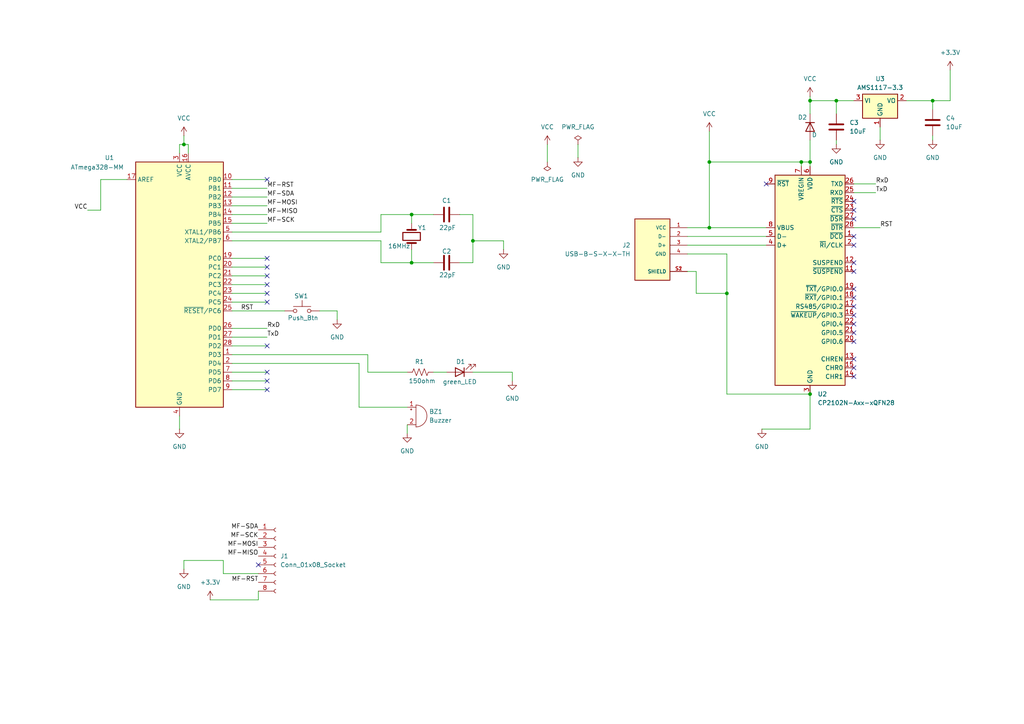
<source format=kicad_sch>
(kicad_sch
	(version 20231120)
	(generator "eeschema")
	(generator_version "8.0")
	(uuid "7a963647-2f68-4f19-9b01-a7b17656f6f0")
	(paper "A4")
	(lib_symbols
		(symbol "Connector:Conn_01x08_Socket"
			(pin_names
				(offset 1.016) hide)
			(exclude_from_sim no)
			(in_bom yes)
			(on_board yes)
			(property "Reference" "J"
				(at 0 10.16 0)
				(effects
					(font
						(size 1.27 1.27)
					)
				)
			)
			(property "Value" "Conn_01x08_Socket"
				(at 0 -12.7 0)
				(effects
					(font
						(size 1.27 1.27)
					)
				)
			)
			(property "Footprint" ""
				(at 0 0 0)
				(effects
					(font
						(size 1.27 1.27)
					)
					(hide yes)
				)
			)
			(property "Datasheet" "~"
				(at 0 0 0)
				(effects
					(font
						(size 1.27 1.27)
					)
					(hide yes)
				)
			)
			(property "Description" "Generic connector, single row, 01x08, script generated"
				(at 0 0 0)
				(effects
					(font
						(size 1.27 1.27)
					)
					(hide yes)
				)
			)
			(property "ki_locked" ""
				(at 0 0 0)
				(effects
					(font
						(size 1.27 1.27)
					)
				)
			)
			(property "ki_keywords" "connector"
				(at 0 0 0)
				(effects
					(font
						(size 1.27 1.27)
					)
					(hide yes)
				)
			)
			(property "ki_fp_filters" "Connector*:*_1x??_*"
				(at 0 0 0)
				(effects
					(font
						(size 1.27 1.27)
					)
					(hide yes)
				)
			)
			(symbol "Conn_01x08_Socket_1_1"
				(arc
					(start 0 -9.652)
					(mid -0.5058 -10.16)
					(end 0 -10.668)
					(stroke
						(width 0.1524)
						(type default)
					)
					(fill
						(type none)
					)
				)
				(arc
					(start 0 -7.112)
					(mid -0.5058 -7.62)
					(end 0 -8.128)
					(stroke
						(width 0.1524)
						(type default)
					)
					(fill
						(type none)
					)
				)
				(arc
					(start 0 -4.572)
					(mid -0.5058 -5.08)
					(end 0 -5.588)
					(stroke
						(width 0.1524)
						(type default)
					)
					(fill
						(type none)
					)
				)
				(arc
					(start 0 -2.032)
					(mid -0.5058 -2.54)
					(end 0 -3.048)
					(stroke
						(width 0.1524)
						(type default)
					)
					(fill
						(type none)
					)
				)
				(polyline
					(pts
						(xy -1.27 -10.16) (xy -0.508 -10.16)
					)
					(stroke
						(width 0.1524)
						(type default)
					)
					(fill
						(type none)
					)
				)
				(polyline
					(pts
						(xy -1.27 -7.62) (xy -0.508 -7.62)
					)
					(stroke
						(width 0.1524)
						(type default)
					)
					(fill
						(type none)
					)
				)
				(polyline
					(pts
						(xy -1.27 -5.08) (xy -0.508 -5.08)
					)
					(stroke
						(width 0.1524)
						(type default)
					)
					(fill
						(type none)
					)
				)
				(polyline
					(pts
						(xy -1.27 -2.54) (xy -0.508 -2.54)
					)
					(stroke
						(width 0.1524)
						(type default)
					)
					(fill
						(type none)
					)
				)
				(polyline
					(pts
						(xy -1.27 0) (xy -0.508 0)
					)
					(stroke
						(width 0.1524)
						(type default)
					)
					(fill
						(type none)
					)
				)
				(polyline
					(pts
						(xy -1.27 2.54) (xy -0.508 2.54)
					)
					(stroke
						(width 0.1524)
						(type default)
					)
					(fill
						(type none)
					)
				)
				(polyline
					(pts
						(xy -1.27 5.08) (xy -0.508 5.08)
					)
					(stroke
						(width 0.1524)
						(type default)
					)
					(fill
						(type none)
					)
				)
				(polyline
					(pts
						(xy -1.27 7.62) (xy -0.508 7.62)
					)
					(stroke
						(width 0.1524)
						(type default)
					)
					(fill
						(type none)
					)
				)
				(arc
					(start 0 0.508)
					(mid -0.5058 0)
					(end 0 -0.508)
					(stroke
						(width 0.1524)
						(type default)
					)
					(fill
						(type none)
					)
				)
				(arc
					(start 0 3.048)
					(mid -0.5058 2.54)
					(end 0 2.032)
					(stroke
						(width 0.1524)
						(type default)
					)
					(fill
						(type none)
					)
				)
				(arc
					(start 0 5.588)
					(mid -0.5058 5.08)
					(end 0 4.572)
					(stroke
						(width 0.1524)
						(type default)
					)
					(fill
						(type none)
					)
				)
				(arc
					(start 0 8.128)
					(mid -0.5058 7.62)
					(end 0 7.112)
					(stroke
						(width 0.1524)
						(type default)
					)
					(fill
						(type none)
					)
				)
				(pin passive line
					(at -5.08 7.62 0)
					(length 3.81)
					(name "Pin_1"
						(effects
							(font
								(size 1.27 1.27)
							)
						)
					)
					(number "1"
						(effects
							(font
								(size 1.27 1.27)
							)
						)
					)
				)
				(pin passive line
					(at -5.08 5.08 0)
					(length 3.81)
					(name "Pin_2"
						(effects
							(font
								(size 1.27 1.27)
							)
						)
					)
					(number "2"
						(effects
							(font
								(size 1.27 1.27)
							)
						)
					)
				)
				(pin passive line
					(at -5.08 2.54 0)
					(length 3.81)
					(name "Pin_3"
						(effects
							(font
								(size 1.27 1.27)
							)
						)
					)
					(number "3"
						(effects
							(font
								(size 1.27 1.27)
							)
						)
					)
				)
				(pin passive line
					(at -5.08 0 0)
					(length 3.81)
					(name "Pin_4"
						(effects
							(font
								(size 1.27 1.27)
							)
						)
					)
					(number "4"
						(effects
							(font
								(size 1.27 1.27)
							)
						)
					)
				)
				(pin passive line
					(at -5.08 -2.54 0)
					(length 3.81)
					(name "Pin_5"
						(effects
							(font
								(size 1.27 1.27)
							)
						)
					)
					(number "5"
						(effects
							(font
								(size 1.27 1.27)
							)
						)
					)
				)
				(pin passive line
					(at -5.08 -5.08 0)
					(length 3.81)
					(name "Pin_6"
						(effects
							(font
								(size 1.27 1.27)
							)
						)
					)
					(number "6"
						(effects
							(font
								(size 1.27 1.27)
							)
						)
					)
				)
				(pin passive line
					(at -5.08 -7.62 0)
					(length 3.81)
					(name "Pin_7"
						(effects
							(font
								(size 1.27 1.27)
							)
						)
					)
					(number "7"
						(effects
							(font
								(size 1.27 1.27)
							)
						)
					)
				)
				(pin passive line
					(at -5.08 -10.16 0)
					(length 3.81)
					(name "Pin_8"
						(effects
							(font
								(size 1.27 1.27)
							)
						)
					)
					(number "8"
						(effects
							(font
								(size 1.27 1.27)
							)
						)
					)
				)
			)
		)
		(symbol "Device:Buzzer"
			(pin_names
				(offset 0.0254) hide)
			(exclude_from_sim no)
			(in_bom yes)
			(on_board yes)
			(property "Reference" "BZ"
				(at 3.81 1.27 0)
				(effects
					(font
						(size 1.27 1.27)
					)
					(justify left)
				)
			)
			(property "Value" "Buzzer"
				(at 3.81 -1.27 0)
				(effects
					(font
						(size 1.27 1.27)
					)
					(justify left)
				)
			)
			(property "Footprint" ""
				(at -0.635 2.54 90)
				(effects
					(font
						(size 1.27 1.27)
					)
					(hide yes)
				)
			)
			(property "Datasheet" "~"
				(at -0.635 2.54 90)
				(effects
					(font
						(size 1.27 1.27)
					)
					(hide yes)
				)
			)
			(property "Description" "Buzzer, polarized"
				(at 0 0 0)
				(effects
					(font
						(size 1.27 1.27)
					)
					(hide yes)
				)
			)
			(property "ki_keywords" "quartz resonator ceramic"
				(at 0 0 0)
				(effects
					(font
						(size 1.27 1.27)
					)
					(hide yes)
				)
			)
			(property "ki_fp_filters" "*Buzzer*"
				(at 0 0 0)
				(effects
					(font
						(size 1.27 1.27)
					)
					(hide yes)
				)
			)
			(symbol "Buzzer_0_1"
				(arc
					(start 0 -3.175)
					(mid 3.1612 0)
					(end 0 3.175)
					(stroke
						(width 0)
						(type default)
					)
					(fill
						(type none)
					)
				)
				(polyline
					(pts
						(xy -1.651 1.905) (xy -1.143 1.905)
					)
					(stroke
						(width 0)
						(type default)
					)
					(fill
						(type none)
					)
				)
				(polyline
					(pts
						(xy -1.397 2.159) (xy -1.397 1.651)
					)
					(stroke
						(width 0)
						(type default)
					)
					(fill
						(type none)
					)
				)
				(polyline
					(pts
						(xy 0 3.175) (xy 0 -3.175)
					)
					(stroke
						(width 0)
						(type default)
					)
					(fill
						(type none)
					)
				)
			)
			(symbol "Buzzer_1_1"
				(pin passive line
					(at -2.54 2.54 0)
					(length 2.54)
					(name "+"
						(effects
							(font
								(size 1.27 1.27)
							)
						)
					)
					(number "1"
						(effects
							(font
								(size 1.27 1.27)
							)
						)
					)
				)
				(pin passive line
					(at -2.54 -2.54 0)
					(length 2.54)
					(name "-"
						(effects
							(font
								(size 1.27 1.27)
							)
						)
					)
					(number "2"
						(effects
							(font
								(size 1.27 1.27)
							)
						)
					)
				)
			)
		)
		(symbol "Device:C"
			(pin_numbers hide)
			(pin_names
				(offset 0.254)
			)
			(exclude_from_sim no)
			(in_bom yes)
			(on_board yes)
			(property "Reference" "C"
				(at 0.635 2.54 0)
				(effects
					(font
						(size 1.27 1.27)
					)
					(justify left)
				)
			)
			(property "Value" "C"
				(at 0.635 -2.54 0)
				(effects
					(font
						(size 1.27 1.27)
					)
					(justify left)
				)
			)
			(property "Footprint" ""
				(at 0.9652 -3.81 0)
				(effects
					(font
						(size 1.27 1.27)
					)
					(hide yes)
				)
			)
			(property "Datasheet" "~"
				(at 0 0 0)
				(effects
					(font
						(size 1.27 1.27)
					)
					(hide yes)
				)
			)
			(property "Description" "Unpolarized capacitor"
				(at 0 0 0)
				(effects
					(font
						(size 1.27 1.27)
					)
					(hide yes)
				)
			)
			(property "ki_keywords" "cap capacitor"
				(at 0 0 0)
				(effects
					(font
						(size 1.27 1.27)
					)
					(hide yes)
				)
			)
			(property "ki_fp_filters" "C_*"
				(at 0 0 0)
				(effects
					(font
						(size 1.27 1.27)
					)
					(hide yes)
				)
			)
			(symbol "C_0_1"
				(polyline
					(pts
						(xy -2.032 -0.762) (xy 2.032 -0.762)
					)
					(stroke
						(width 0.508)
						(type default)
					)
					(fill
						(type none)
					)
				)
				(polyline
					(pts
						(xy -2.032 0.762) (xy 2.032 0.762)
					)
					(stroke
						(width 0.508)
						(type default)
					)
					(fill
						(type none)
					)
				)
			)
			(symbol "C_1_1"
				(pin passive line
					(at 0 3.81 270)
					(length 2.794)
					(name "~"
						(effects
							(font
								(size 1.27 1.27)
							)
						)
					)
					(number "1"
						(effects
							(font
								(size 1.27 1.27)
							)
						)
					)
				)
				(pin passive line
					(at 0 -3.81 90)
					(length 2.794)
					(name "~"
						(effects
							(font
								(size 1.27 1.27)
							)
						)
					)
					(number "2"
						(effects
							(font
								(size 1.27 1.27)
							)
						)
					)
				)
			)
		)
		(symbol "Device:Crystal"
			(pin_numbers hide)
			(pin_names
				(offset 1.016) hide)
			(exclude_from_sim no)
			(in_bom yes)
			(on_board yes)
			(property "Reference" "Y"
				(at 0 3.81 0)
				(effects
					(font
						(size 1.27 1.27)
					)
				)
			)
			(property "Value" "Crystal"
				(at 0 -3.81 0)
				(effects
					(font
						(size 1.27 1.27)
					)
				)
			)
			(property "Footprint" ""
				(at 0 0 0)
				(effects
					(font
						(size 1.27 1.27)
					)
					(hide yes)
				)
			)
			(property "Datasheet" "~"
				(at 0 0 0)
				(effects
					(font
						(size 1.27 1.27)
					)
					(hide yes)
				)
			)
			(property "Description" "Two pin crystal"
				(at 0 0 0)
				(effects
					(font
						(size 1.27 1.27)
					)
					(hide yes)
				)
			)
			(property "ki_keywords" "quartz ceramic resonator oscillator"
				(at 0 0 0)
				(effects
					(font
						(size 1.27 1.27)
					)
					(hide yes)
				)
			)
			(property "ki_fp_filters" "Crystal*"
				(at 0 0 0)
				(effects
					(font
						(size 1.27 1.27)
					)
					(hide yes)
				)
			)
			(symbol "Crystal_0_1"
				(rectangle
					(start -1.143 2.54)
					(end 1.143 -2.54)
					(stroke
						(width 0.3048)
						(type default)
					)
					(fill
						(type none)
					)
				)
				(polyline
					(pts
						(xy -2.54 0) (xy -1.905 0)
					)
					(stroke
						(width 0)
						(type default)
					)
					(fill
						(type none)
					)
				)
				(polyline
					(pts
						(xy -1.905 -1.27) (xy -1.905 1.27)
					)
					(stroke
						(width 0.508)
						(type default)
					)
					(fill
						(type none)
					)
				)
				(polyline
					(pts
						(xy 1.905 -1.27) (xy 1.905 1.27)
					)
					(stroke
						(width 0.508)
						(type default)
					)
					(fill
						(type none)
					)
				)
				(polyline
					(pts
						(xy 2.54 0) (xy 1.905 0)
					)
					(stroke
						(width 0)
						(type default)
					)
					(fill
						(type none)
					)
				)
			)
			(symbol "Crystal_1_1"
				(pin passive line
					(at -3.81 0 0)
					(length 1.27)
					(name "1"
						(effects
							(font
								(size 1.27 1.27)
							)
						)
					)
					(number "1"
						(effects
							(font
								(size 1.27 1.27)
							)
						)
					)
				)
				(pin passive line
					(at 3.81 0 180)
					(length 1.27)
					(name "2"
						(effects
							(font
								(size 1.27 1.27)
							)
						)
					)
					(number "2"
						(effects
							(font
								(size 1.27 1.27)
							)
						)
					)
				)
			)
		)
		(symbol "Device:D"
			(pin_numbers hide)
			(pin_names
				(offset 1.016) hide)
			(exclude_from_sim no)
			(in_bom yes)
			(on_board yes)
			(property "Reference" "D"
				(at 0 2.54 0)
				(effects
					(font
						(size 1.27 1.27)
					)
				)
			)
			(property "Value" "D"
				(at 0 -2.54 0)
				(effects
					(font
						(size 1.27 1.27)
					)
				)
			)
			(property "Footprint" ""
				(at 0 0 0)
				(effects
					(font
						(size 1.27 1.27)
					)
					(hide yes)
				)
			)
			(property "Datasheet" "~"
				(at 0 0 0)
				(effects
					(font
						(size 1.27 1.27)
					)
					(hide yes)
				)
			)
			(property "Description" "Diode"
				(at 0 0 0)
				(effects
					(font
						(size 1.27 1.27)
					)
					(hide yes)
				)
			)
			(property "Sim.Device" "D"
				(at 0 0 0)
				(effects
					(font
						(size 1.27 1.27)
					)
					(hide yes)
				)
			)
			(property "Sim.Pins" "1=K 2=A"
				(at 0 0 0)
				(effects
					(font
						(size 1.27 1.27)
					)
					(hide yes)
				)
			)
			(property "ki_keywords" "diode"
				(at 0 0 0)
				(effects
					(font
						(size 1.27 1.27)
					)
					(hide yes)
				)
			)
			(property "ki_fp_filters" "TO-???* *_Diode_* *SingleDiode* D_*"
				(at 0 0 0)
				(effects
					(font
						(size 1.27 1.27)
					)
					(hide yes)
				)
			)
			(symbol "D_0_1"
				(polyline
					(pts
						(xy -1.27 1.27) (xy -1.27 -1.27)
					)
					(stroke
						(width 0.254)
						(type default)
					)
					(fill
						(type none)
					)
				)
				(polyline
					(pts
						(xy 1.27 0) (xy -1.27 0)
					)
					(stroke
						(width 0)
						(type default)
					)
					(fill
						(type none)
					)
				)
				(polyline
					(pts
						(xy 1.27 1.27) (xy 1.27 -1.27) (xy -1.27 0) (xy 1.27 1.27)
					)
					(stroke
						(width 0.254)
						(type default)
					)
					(fill
						(type none)
					)
				)
			)
			(symbol "D_1_1"
				(pin passive line
					(at -3.81 0 0)
					(length 2.54)
					(name "K"
						(effects
							(font
								(size 1.27 1.27)
							)
						)
					)
					(number "1"
						(effects
							(font
								(size 1.27 1.27)
							)
						)
					)
				)
				(pin passive line
					(at 3.81 0 180)
					(length 2.54)
					(name "A"
						(effects
							(font
								(size 1.27 1.27)
							)
						)
					)
					(number "2"
						(effects
							(font
								(size 1.27 1.27)
							)
						)
					)
				)
			)
		)
		(symbol "Device:LED"
			(pin_numbers hide)
			(pin_names
				(offset 1.016) hide)
			(exclude_from_sim no)
			(in_bom yes)
			(on_board yes)
			(property "Reference" "D"
				(at 0 2.54 0)
				(effects
					(font
						(size 1.27 1.27)
					)
				)
			)
			(property "Value" "LED"
				(at 0 -2.54 0)
				(effects
					(font
						(size 1.27 1.27)
					)
				)
			)
			(property "Footprint" ""
				(at 0 0 0)
				(effects
					(font
						(size 1.27 1.27)
					)
					(hide yes)
				)
			)
			(property "Datasheet" "~"
				(at 0 0 0)
				(effects
					(font
						(size 1.27 1.27)
					)
					(hide yes)
				)
			)
			(property "Description" "Light emitting diode"
				(at 0 0 0)
				(effects
					(font
						(size 1.27 1.27)
					)
					(hide yes)
				)
			)
			(property "ki_keywords" "LED diode"
				(at 0 0 0)
				(effects
					(font
						(size 1.27 1.27)
					)
					(hide yes)
				)
			)
			(property "ki_fp_filters" "LED* LED_SMD:* LED_THT:*"
				(at 0 0 0)
				(effects
					(font
						(size 1.27 1.27)
					)
					(hide yes)
				)
			)
			(symbol "LED_0_1"
				(polyline
					(pts
						(xy -1.27 -1.27) (xy -1.27 1.27)
					)
					(stroke
						(width 0.254)
						(type default)
					)
					(fill
						(type none)
					)
				)
				(polyline
					(pts
						(xy -1.27 0) (xy 1.27 0)
					)
					(stroke
						(width 0)
						(type default)
					)
					(fill
						(type none)
					)
				)
				(polyline
					(pts
						(xy 1.27 -1.27) (xy 1.27 1.27) (xy -1.27 0) (xy 1.27 -1.27)
					)
					(stroke
						(width 0.254)
						(type default)
					)
					(fill
						(type none)
					)
				)
				(polyline
					(pts
						(xy -3.048 -0.762) (xy -4.572 -2.286) (xy -3.81 -2.286) (xy -4.572 -2.286) (xy -4.572 -1.524)
					)
					(stroke
						(width 0)
						(type default)
					)
					(fill
						(type none)
					)
				)
				(polyline
					(pts
						(xy -1.778 -0.762) (xy -3.302 -2.286) (xy -2.54 -2.286) (xy -3.302 -2.286) (xy -3.302 -1.524)
					)
					(stroke
						(width 0)
						(type default)
					)
					(fill
						(type none)
					)
				)
			)
			(symbol "LED_1_1"
				(pin passive line
					(at -3.81 0 0)
					(length 2.54)
					(name "K"
						(effects
							(font
								(size 1.27 1.27)
							)
						)
					)
					(number "1"
						(effects
							(font
								(size 1.27 1.27)
							)
						)
					)
				)
				(pin passive line
					(at 3.81 0 180)
					(length 2.54)
					(name "A"
						(effects
							(font
								(size 1.27 1.27)
							)
						)
					)
					(number "2"
						(effects
							(font
								(size 1.27 1.27)
							)
						)
					)
				)
			)
		)
		(symbol "Device:R_US"
			(pin_numbers hide)
			(pin_names
				(offset 0)
			)
			(exclude_from_sim no)
			(in_bom yes)
			(on_board yes)
			(property "Reference" "R"
				(at 2.54 0 90)
				(effects
					(font
						(size 1.27 1.27)
					)
				)
			)
			(property "Value" "R_US"
				(at -2.54 0 90)
				(effects
					(font
						(size 1.27 1.27)
					)
				)
			)
			(property "Footprint" ""
				(at 1.016 -0.254 90)
				(effects
					(font
						(size 1.27 1.27)
					)
					(hide yes)
				)
			)
			(property "Datasheet" "~"
				(at 0 0 0)
				(effects
					(font
						(size 1.27 1.27)
					)
					(hide yes)
				)
			)
			(property "Description" "Resistor, US symbol"
				(at 0 0 0)
				(effects
					(font
						(size 1.27 1.27)
					)
					(hide yes)
				)
			)
			(property "ki_keywords" "R res resistor"
				(at 0 0 0)
				(effects
					(font
						(size 1.27 1.27)
					)
					(hide yes)
				)
			)
			(property "ki_fp_filters" "R_*"
				(at 0 0 0)
				(effects
					(font
						(size 1.27 1.27)
					)
					(hide yes)
				)
			)
			(symbol "R_US_0_1"
				(polyline
					(pts
						(xy 0 -2.286) (xy 0 -2.54)
					)
					(stroke
						(width 0)
						(type default)
					)
					(fill
						(type none)
					)
				)
				(polyline
					(pts
						(xy 0 2.286) (xy 0 2.54)
					)
					(stroke
						(width 0)
						(type default)
					)
					(fill
						(type none)
					)
				)
				(polyline
					(pts
						(xy 0 -0.762) (xy 1.016 -1.143) (xy 0 -1.524) (xy -1.016 -1.905) (xy 0 -2.286)
					)
					(stroke
						(width 0)
						(type default)
					)
					(fill
						(type none)
					)
				)
				(polyline
					(pts
						(xy 0 0.762) (xy 1.016 0.381) (xy 0 0) (xy -1.016 -0.381) (xy 0 -0.762)
					)
					(stroke
						(width 0)
						(type default)
					)
					(fill
						(type none)
					)
				)
				(polyline
					(pts
						(xy 0 2.286) (xy 1.016 1.905) (xy 0 1.524) (xy -1.016 1.143) (xy 0 0.762)
					)
					(stroke
						(width 0)
						(type default)
					)
					(fill
						(type none)
					)
				)
			)
			(symbol "R_US_1_1"
				(pin passive line
					(at 0 3.81 270)
					(length 1.27)
					(name "~"
						(effects
							(font
								(size 1.27 1.27)
							)
						)
					)
					(number "1"
						(effects
							(font
								(size 1.27 1.27)
							)
						)
					)
				)
				(pin passive line
					(at 0 -3.81 90)
					(length 1.27)
					(name "~"
						(effects
							(font
								(size 1.27 1.27)
							)
						)
					)
					(number "2"
						(effects
							(font
								(size 1.27 1.27)
							)
						)
					)
				)
			)
		)
		(symbol "Interface_USB:CP2102N-Axx-xQFN28"
			(exclude_from_sim no)
			(in_bom yes)
			(on_board yes)
			(property "Reference" "U"
				(at -8.89 31.75 0)
				(effects
					(font
						(size 1.27 1.27)
					)
				)
			)
			(property "Value" "CP2102N-Axx-xQFN28"
				(at 12.7 31.75 0)
				(effects
					(font
						(size 1.27 1.27)
					)
				)
			)
			(property "Footprint" "Package_DFN_QFN:QFN-28-1EP_5x5mm_P0.5mm_EP3.35x3.35mm"
				(at 33.02 -31.75 0)
				(effects
					(font
						(size 1.27 1.27)
					)
					(hide yes)
				)
			)
			(property "Datasheet" "https://www.silabs.com/documents/public/data-sheets/cp2102n-datasheet.pdf"
				(at 1.27 -19.05 0)
				(effects
					(font
						(size 1.27 1.27)
					)
					(hide yes)
				)
			)
			(property "Description" "USB to UART master bridge, QFN-28"
				(at 0 0 0)
				(effects
					(font
						(size 1.27 1.27)
					)
					(hide yes)
				)
			)
			(property "ki_keywords" "USB UART bridge"
				(at 0 0 0)
				(effects
					(font
						(size 1.27 1.27)
					)
					(hide yes)
				)
			)
			(property "ki_fp_filters" "QFN*1EP*5x5mm*P0.5mm*"
				(at 0 0 0)
				(effects
					(font
						(size 1.27 1.27)
					)
					(hide yes)
				)
			)
			(symbol "CP2102N-Axx-xQFN28_0_1"
				(rectangle
					(start -10.16 30.48)
					(end 10.16 -30.48)
					(stroke
						(width 0.254)
						(type default)
					)
					(fill
						(type background)
					)
				)
			)
			(symbol "CP2102N-Axx-xQFN28_1_1"
				(pin input line
					(at 12.7 12.7 180)
					(length 2.54)
					(name "~{DCD}"
						(effects
							(font
								(size 1.27 1.27)
							)
						)
					)
					(number "1"
						(effects
							(font
								(size 1.27 1.27)
							)
						)
					)
				)
				(pin no_connect line
					(at -10.16 -27.94 0)
					(length 2.54) hide
					(name "NC"
						(effects
							(font
								(size 1.27 1.27)
							)
						)
					)
					(number "10"
						(effects
							(font
								(size 1.27 1.27)
							)
						)
					)
				)
				(pin output line
					(at 12.7 2.54 180)
					(length 2.54)
					(name "~{SUSPEND}"
						(effects
							(font
								(size 1.27 1.27)
							)
						)
					)
					(number "11"
						(effects
							(font
								(size 1.27 1.27)
							)
						)
					)
				)
				(pin output line
					(at 12.7 5.08 180)
					(length 2.54)
					(name "SUSPEND"
						(effects
							(font
								(size 1.27 1.27)
							)
						)
					)
					(number "12"
						(effects
							(font
								(size 1.27 1.27)
							)
						)
					)
				)
				(pin output line
					(at 12.7 -22.86 180)
					(length 2.54)
					(name "CHREN"
						(effects
							(font
								(size 1.27 1.27)
							)
						)
					)
					(number "13"
						(effects
							(font
								(size 1.27 1.27)
							)
						)
					)
				)
				(pin output line
					(at 12.7 -27.94 180)
					(length 2.54)
					(name "CHR1"
						(effects
							(font
								(size 1.27 1.27)
							)
						)
					)
					(number "14"
						(effects
							(font
								(size 1.27 1.27)
							)
						)
					)
				)
				(pin output line
					(at 12.7 -25.4 180)
					(length 2.54)
					(name "CHR0"
						(effects
							(font
								(size 1.27 1.27)
							)
						)
					)
					(number "15"
						(effects
							(font
								(size 1.27 1.27)
							)
						)
					)
				)
				(pin bidirectional line
					(at 12.7 -10.16 180)
					(length 2.54)
					(name "~{WAKEUP}/GPIO.3"
						(effects
							(font
								(size 1.27 1.27)
							)
						)
					)
					(number "16"
						(effects
							(font
								(size 1.27 1.27)
							)
						)
					)
				)
				(pin bidirectional line
					(at 12.7 -7.62 180)
					(length 2.54)
					(name "RS485/GPIO.2"
						(effects
							(font
								(size 1.27 1.27)
							)
						)
					)
					(number "17"
						(effects
							(font
								(size 1.27 1.27)
							)
						)
					)
				)
				(pin bidirectional line
					(at 12.7 -5.08 180)
					(length 2.54)
					(name "~{RXT}/GPIO.1"
						(effects
							(font
								(size 1.27 1.27)
							)
						)
					)
					(number "18"
						(effects
							(font
								(size 1.27 1.27)
							)
						)
					)
				)
				(pin bidirectional line
					(at 12.7 -2.54 180)
					(length 2.54)
					(name "~{TXT}/GPIO.0"
						(effects
							(font
								(size 1.27 1.27)
							)
						)
					)
					(number "19"
						(effects
							(font
								(size 1.27 1.27)
							)
						)
					)
				)
				(pin bidirectional line
					(at 12.7 10.16 180)
					(length 2.54)
					(name "~{RI}/CLK"
						(effects
							(font
								(size 1.27 1.27)
							)
						)
					)
					(number "2"
						(effects
							(font
								(size 1.27 1.27)
							)
						)
					)
				)
				(pin bidirectional line
					(at 12.7 -17.78 180)
					(length 2.54)
					(name "GPIO.6"
						(effects
							(font
								(size 1.27 1.27)
							)
						)
					)
					(number "20"
						(effects
							(font
								(size 1.27 1.27)
							)
						)
					)
				)
				(pin bidirectional line
					(at 12.7 -15.24 180)
					(length 2.54)
					(name "GPIO.5"
						(effects
							(font
								(size 1.27 1.27)
							)
						)
					)
					(number "21"
						(effects
							(font
								(size 1.27 1.27)
							)
						)
					)
				)
				(pin bidirectional line
					(at 12.7 -12.7 180)
					(length 2.54)
					(name "GPIO.4"
						(effects
							(font
								(size 1.27 1.27)
							)
						)
					)
					(number "22"
						(effects
							(font
								(size 1.27 1.27)
							)
						)
					)
				)
				(pin input line
					(at 12.7 20.32 180)
					(length 2.54)
					(name "~{CTS}"
						(effects
							(font
								(size 1.27 1.27)
							)
						)
					)
					(number "23"
						(effects
							(font
								(size 1.27 1.27)
							)
						)
					)
				)
				(pin output line
					(at 12.7 22.86 180)
					(length 2.54)
					(name "~{RTS}"
						(effects
							(font
								(size 1.27 1.27)
							)
						)
					)
					(number "24"
						(effects
							(font
								(size 1.27 1.27)
							)
						)
					)
				)
				(pin input line
					(at 12.7 25.4 180)
					(length 2.54)
					(name "RXD"
						(effects
							(font
								(size 1.27 1.27)
							)
						)
					)
					(number "25"
						(effects
							(font
								(size 1.27 1.27)
							)
						)
					)
				)
				(pin output line
					(at 12.7 27.94 180)
					(length 2.54)
					(name "TXD"
						(effects
							(font
								(size 1.27 1.27)
							)
						)
					)
					(number "26"
						(effects
							(font
								(size 1.27 1.27)
							)
						)
					)
				)
				(pin input line
					(at 12.7 17.78 180)
					(length 2.54)
					(name "~{DSR}"
						(effects
							(font
								(size 1.27 1.27)
							)
						)
					)
					(number "27"
						(effects
							(font
								(size 1.27 1.27)
							)
						)
					)
				)
				(pin output line
					(at 12.7 15.24 180)
					(length 2.54)
					(name "~{DTR}"
						(effects
							(font
								(size 1.27 1.27)
							)
						)
					)
					(number "28"
						(effects
							(font
								(size 1.27 1.27)
							)
						)
					)
				)
				(pin passive line
					(at 0 -33.02 90)
					(length 2.54) hide
					(name "GND"
						(effects
							(font
								(size 1.27 1.27)
							)
						)
					)
					(number "29"
						(effects
							(font
								(size 1.27 1.27)
							)
						)
					)
				)
				(pin power_in line
					(at 0 -33.02 90)
					(length 2.54)
					(name "GND"
						(effects
							(font
								(size 1.27 1.27)
							)
						)
					)
					(number "3"
						(effects
							(font
								(size 1.27 1.27)
							)
						)
					)
				)
				(pin bidirectional line
					(at -12.7 10.16 0)
					(length 2.54)
					(name "D+"
						(effects
							(font
								(size 1.27 1.27)
							)
						)
					)
					(number "4"
						(effects
							(font
								(size 1.27 1.27)
							)
						)
					)
				)
				(pin bidirectional line
					(at -12.7 12.7 0)
					(length 2.54)
					(name "D-"
						(effects
							(font
								(size 1.27 1.27)
							)
						)
					)
					(number "5"
						(effects
							(font
								(size 1.27 1.27)
							)
						)
					)
				)
				(pin power_in line
					(at 0 33.02 270)
					(length 2.54)
					(name "VDD"
						(effects
							(font
								(size 1.27 1.27)
							)
						)
					)
					(number "6"
						(effects
							(font
								(size 1.27 1.27)
							)
						)
					)
				)
				(pin power_in line
					(at -2.54 33.02 270)
					(length 2.54)
					(name "VREGIN"
						(effects
							(font
								(size 1.27 1.27)
							)
						)
					)
					(number "7"
						(effects
							(font
								(size 1.27 1.27)
							)
						)
					)
				)
				(pin input line
					(at -12.7 15.24 0)
					(length 2.54)
					(name "VBUS"
						(effects
							(font
								(size 1.27 1.27)
							)
						)
					)
					(number "8"
						(effects
							(font
								(size 1.27 1.27)
							)
						)
					)
				)
				(pin input line
					(at -12.7 27.94 0)
					(length 2.54)
					(name "~{RST}"
						(effects
							(font
								(size 1.27 1.27)
							)
						)
					)
					(number "9"
						(effects
							(font
								(size 1.27 1.27)
							)
						)
					)
				)
			)
		)
		(symbol "MCU_Microchip_ATmega:ATmega328-MM"
			(exclude_from_sim no)
			(in_bom yes)
			(on_board yes)
			(property "Reference" "U"
				(at -12.7 36.83 0)
				(effects
					(font
						(size 1.27 1.27)
					)
					(justify left bottom)
				)
			)
			(property "Value" "ATmega328-MM"
				(at 2.54 -36.83 0)
				(effects
					(font
						(size 1.27 1.27)
					)
					(justify left top)
				)
			)
			(property "Footprint" "Package_DFN_QFN:QFN-28-1EP_4x4mm_P0.45mm_EP2.4x2.4mm"
				(at 0 0 0)
				(effects
					(font
						(size 1.27 1.27)
						(italic yes)
					)
					(hide yes)
				)
			)
			(property "Datasheet" "http://ww1.microchip.com/downloads/en/DeviceDoc/ATmega328_P%20AVR%20MCU%20with%20picoPower%20Technology%20Data%20Sheet%2040001984A.pdf"
				(at 0 0 0)
				(effects
					(font
						(size 1.27 1.27)
					)
					(hide yes)
				)
			)
			(property "Description" "20MHz, 32kB Flash, 2kB SRAM, 1kB EEPROM, QFN-28"
				(at 0 0 0)
				(effects
					(font
						(size 1.27 1.27)
					)
					(hide yes)
				)
			)
			(property "ki_keywords" "AVR 8bit Microcontroller MegaAVR"
				(at 0 0 0)
				(effects
					(font
						(size 1.27 1.27)
					)
					(hide yes)
				)
			)
			(property "ki_fp_filters" "QFN*1EP*4x4mm*P0.45mm*"
				(at 0 0 0)
				(effects
					(font
						(size 1.27 1.27)
					)
					(hide yes)
				)
			)
			(symbol "ATmega328-MM_0_1"
				(rectangle
					(start -12.7 -35.56)
					(end 12.7 35.56)
					(stroke
						(width 0.254)
						(type default)
					)
					(fill
						(type background)
					)
				)
			)
			(symbol "ATmega328-MM_1_1"
				(pin bidirectional line
					(at 15.24 -20.32 180)
					(length 2.54)
					(name "PD3"
						(effects
							(font
								(size 1.27 1.27)
							)
						)
					)
					(number "1"
						(effects
							(font
								(size 1.27 1.27)
							)
						)
					)
				)
				(pin bidirectional line
					(at 15.24 30.48 180)
					(length 2.54)
					(name "PB0"
						(effects
							(font
								(size 1.27 1.27)
							)
						)
					)
					(number "10"
						(effects
							(font
								(size 1.27 1.27)
							)
						)
					)
				)
				(pin bidirectional line
					(at 15.24 27.94 180)
					(length 2.54)
					(name "PB1"
						(effects
							(font
								(size 1.27 1.27)
							)
						)
					)
					(number "11"
						(effects
							(font
								(size 1.27 1.27)
							)
						)
					)
				)
				(pin bidirectional line
					(at 15.24 25.4 180)
					(length 2.54)
					(name "PB2"
						(effects
							(font
								(size 1.27 1.27)
							)
						)
					)
					(number "12"
						(effects
							(font
								(size 1.27 1.27)
							)
						)
					)
				)
				(pin bidirectional line
					(at 15.24 22.86 180)
					(length 2.54)
					(name "PB3"
						(effects
							(font
								(size 1.27 1.27)
							)
						)
					)
					(number "13"
						(effects
							(font
								(size 1.27 1.27)
							)
						)
					)
				)
				(pin bidirectional line
					(at 15.24 20.32 180)
					(length 2.54)
					(name "PB4"
						(effects
							(font
								(size 1.27 1.27)
							)
						)
					)
					(number "14"
						(effects
							(font
								(size 1.27 1.27)
							)
						)
					)
				)
				(pin bidirectional line
					(at 15.24 17.78 180)
					(length 2.54)
					(name "PB5"
						(effects
							(font
								(size 1.27 1.27)
							)
						)
					)
					(number "15"
						(effects
							(font
								(size 1.27 1.27)
							)
						)
					)
				)
				(pin power_in line
					(at 2.54 38.1 270)
					(length 2.54)
					(name "AVCC"
						(effects
							(font
								(size 1.27 1.27)
							)
						)
					)
					(number "16"
						(effects
							(font
								(size 1.27 1.27)
							)
						)
					)
				)
				(pin passive line
					(at -15.24 30.48 0)
					(length 2.54)
					(name "AREF"
						(effects
							(font
								(size 1.27 1.27)
							)
						)
					)
					(number "17"
						(effects
							(font
								(size 1.27 1.27)
							)
						)
					)
				)
				(pin passive line
					(at 0 -38.1 90)
					(length 2.54) hide
					(name "GND"
						(effects
							(font
								(size 1.27 1.27)
							)
						)
					)
					(number "18"
						(effects
							(font
								(size 1.27 1.27)
							)
						)
					)
				)
				(pin bidirectional line
					(at 15.24 7.62 180)
					(length 2.54)
					(name "PC0"
						(effects
							(font
								(size 1.27 1.27)
							)
						)
					)
					(number "19"
						(effects
							(font
								(size 1.27 1.27)
							)
						)
					)
				)
				(pin bidirectional line
					(at 15.24 -22.86 180)
					(length 2.54)
					(name "PD4"
						(effects
							(font
								(size 1.27 1.27)
							)
						)
					)
					(number "2"
						(effects
							(font
								(size 1.27 1.27)
							)
						)
					)
				)
				(pin bidirectional line
					(at 15.24 5.08 180)
					(length 2.54)
					(name "PC1"
						(effects
							(font
								(size 1.27 1.27)
							)
						)
					)
					(number "20"
						(effects
							(font
								(size 1.27 1.27)
							)
						)
					)
				)
				(pin bidirectional line
					(at 15.24 2.54 180)
					(length 2.54)
					(name "PC2"
						(effects
							(font
								(size 1.27 1.27)
							)
						)
					)
					(number "21"
						(effects
							(font
								(size 1.27 1.27)
							)
						)
					)
				)
				(pin bidirectional line
					(at 15.24 0 180)
					(length 2.54)
					(name "PC3"
						(effects
							(font
								(size 1.27 1.27)
							)
						)
					)
					(number "22"
						(effects
							(font
								(size 1.27 1.27)
							)
						)
					)
				)
				(pin bidirectional line
					(at 15.24 -2.54 180)
					(length 2.54)
					(name "PC4"
						(effects
							(font
								(size 1.27 1.27)
							)
						)
					)
					(number "23"
						(effects
							(font
								(size 1.27 1.27)
							)
						)
					)
				)
				(pin bidirectional line
					(at 15.24 -5.08 180)
					(length 2.54)
					(name "PC5"
						(effects
							(font
								(size 1.27 1.27)
							)
						)
					)
					(number "24"
						(effects
							(font
								(size 1.27 1.27)
							)
						)
					)
				)
				(pin bidirectional line
					(at 15.24 -7.62 180)
					(length 2.54)
					(name "~{RESET}/PC6"
						(effects
							(font
								(size 1.27 1.27)
							)
						)
					)
					(number "25"
						(effects
							(font
								(size 1.27 1.27)
							)
						)
					)
				)
				(pin bidirectional line
					(at 15.24 -12.7 180)
					(length 2.54)
					(name "PD0"
						(effects
							(font
								(size 1.27 1.27)
							)
						)
					)
					(number "26"
						(effects
							(font
								(size 1.27 1.27)
							)
						)
					)
				)
				(pin bidirectional line
					(at 15.24 -15.24 180)
					(length 2.54)
					(name "PD1"
						(effects
							(font
								(size 1.27 1.27)
							)
						)
					)
					(number "27"
						(effects
							(font
								(size 1.27 1.27)
							)
						)
					)
				)
				(pin bidirectional line
					(at 15.24 -17.78 180)
					(length 2.54)
					(name "PD2"
						(effects
							(font
								(size 1.27 1.27)
							)
						)
					)
					(number "28"
						(effects
							(font
								(size 1.27 1.27)
							)
						)
					)
				)
				(pin passive line
					(at 0 -38.1 90)
					(length 2.54) hide
					(name "GND"
						(effects
							(font
								(size 1.27 1.27)
							)
						)
					)
					(number "29"
						(effects
							(font
								(size 1.27 1.27)
							)
						)
					)
				)
				(pin power_in line
					(at 0 38.1 270)
					(length 2.54)
					(name "VCC"
						(effects
							(font
								(size 1.27 1.27)
							)
						)
					)
					(number "3"
						(effects
							(font
								(size 1.27 1.27)
							)
						)
					)
				)
				(pin power_in line
					(at 0 -38.1 90)
					(length 2.54)
					(name "GND"
						(effects
							(font
								(size 1.27 1.27)
							)
						)
					)
					(number "4"
						(effects
							(font
								(size 1.27 1.27)
							)
						)
					)
				)
				(pin bidirectional line
					(at 15.24 15.24 180)
					(length 2.54)
					(name "XTAL1/PB6"
						(effects
							(font
								(size 1.27 1.27)
							)
						)
					)
					(number "5"
						(effects
							(font
								(size 1.27 1.27)
							)
						)
					)
				)
				(pin bidirectional line
					(at 15.24 12.7 180)
					(length 2.54)
					(name "XTAL2/PB7"
						(effects
							(font
								(size 1.27 1.27)
							)
						)
					)
					(number "6"
						(effects
							(font
								(size 1.27 1.27)
							)
						)
					)
				)
				(pin bidirectional line
					(at 15.24 -25.4 180)
					(length 2.54)
					(name "PD5"
						(effects
							(font
								(size 1.27 1.27)
							)
						)
					)
					(number "7"
						(effects
							(font
								(size 1.27 1.27)
							)
						)
					)
				)
				(pin bidirectional line
					(at 15.24 -27.94 180)
					(length 2.54)
					(name "PD6"
						(effects
							(font
								(size 1.27 1.27)
							)
						)
					)
					(number "8"
						(effects
							(font
								(size 1.27 1.27)
							)
						)
					)
				)
				(pin bidirectional line
					(at 15.24 -30.48 180)
					(length 2.54)
					(name "PD7"
						(effects
							(font
								(size 1.27 1.27)
							)
						)
					)
					(number "9"
						(effects
							(font
								(size 1.27 1.27)
							)
						)
					)
				)
			)
		)
		(symbol "Regulator_Linear:AMS1117-3.3"
			(exclude_from_sim no)
			(in_bom yes)
			(on_board yes)
			(property "Reference" "U"
				(at -3.81 3.175 0)
				(effects
					(font
						(size 1.27 1.27)
					)
				)
			)
			(property "Value" "AMS1117-3.3"
				(at 0 3.175 0)
				(effects
					(font
						(size 1.27 1.27)
					)
					(justify left)
				)
			)
			(property "Footprint" "Package_TO_SOT_SMD:SOT-223-3_TabPin2"
				(at 0 5.08 0)
				(effects
					(font
						(size 1.27 1.27)
					)
					(hide yes)
				)
			)
			(property "Datasheet" "http://www.advanced-monolithic.com/pdf/ds1117.pdf"
				(at 2.54 -6.35 0)
				(effects
					(font
						(size 1.27 1.27)
					)
					(hide yes)
				)
			)
			(property "Description" "1A Low Dropout regulator, positive, 3.3V fixed output, SOT-223"
				(at 0 0 0)
				(effects
					(font
						(size 1.27 1.27)
					)
					(hide yes)
				)
			)
			(property "ki_keywords" "linear regulator ldo fixed positive"
				(at 0 0 0)
				(effects
					(font
						(size 1.27 1.27)
					)
					(hide yes)
				)
			)
			(property "ki_fp_filters" "SOT?223*TabPin2*"
				(at 0 0 0)
				(effects
					(font
						(size 1.27 1.27)
					)
					(hide yes)
				)
			)
			(symbol "AMS1117-3.3_0_1"
				(rectangle
					(start -5.08 -5.08)
					(end 5.08 1.905)
					(stroke
						(width 0.254)
						(type default)
					)
					(fill
						(type background)
					)
				)
			)
			(symbol "AMS1117-3.3_1_1"
				(pin power_in line
					(at 0 -7.62 90)
					(length 2.54)
					(name "GND"
						(effects
							(font
								(size 1.27 1.27)
							)
						)
					)
					(number "1"
						(effects
							(font
								(size 1.27 1.27)
							)
						)
					)
				)
				(pin power_out line
					(at 7.62 0 180)
					(length 2.54)
					(name "VO"
						(effects
							(font
								(size 1.27 1.27)
							)
						)
					)
					(number "2"
						(effects
							(font
								(size 1.27 1.27)
							)
						)
					)
				)
				(pin power_in line
					(at -7.62 0 0)
					(length 2.54)
					(name "VI"
						(effects
							(font
								(size 1.27 1.27)
							)
						)
					)
					(number "3"
						(effects
							(font
								(size 1.27 1.27)
							)
						)
					)
				)
			)
		)
		(symbol "Switch:SW_Push"
			(pin_numbers hide)
			(pin_names
				(offset 1.016) hide)
			(exclude_from_sim no)
			(in_bom yes)
			(on_board yes)
			(property "Reference" "SW"
				(at 1.27 2.54 0)
				(effects
					(font
						(size 1.27 1.27)
					)
					(justify left)
				)
			)
			(property "Value" "SW_Push"
				(at 0 -1.524 0)
				(effects
					(font
						(size 1.27 1.27)
					)
				)
			)
			(property "Footprint" ""
				(at 0 5.08 0)
				(effects
					(font
						(size 1.27 1.27)
					)
					(hide yes)
				)
			)
			(property "Datasheet" "~"
				(at 0 5.08 0)
				(effects
					(font
						(size 1.27 1.27)
					)
					(hide yes)
				)
			)
			(property "Description" "Push button switch, generic, two pins"
				(at 0 0 0)
				(effects
					(font
						(size 1.27 1.27)
					)
					(hide yes)
				)
			)
			(property "ki_keywords" "switch normally-open pushbutton push-button"
				(at 0 0 0)
				(effects
					(font
						(size 1.27 1.27)
					)
					(hide yes)
				)
			)
			(symbol "SW_Push_0_1"
				(circle
					(center -2.032 0)
					(radius 0.508)
					(stroke
						(width 0)
						(type default)
					)
					(fill
						(type none)
					)
				)
				(polyline
					(pts
						(xy 0 1.27) (xy 0 3.048)
					)
					(stroke
						(width 0)
						(type default)
					)
					(fill
						(type none)
					)
				)
				(polyline
					(pts
						(xy 2.54 1.27) (xy -2.54 1.27)
					)
					(stroke
						(width 0)
						(type default)
					)
					(fill
						(type none)
					)
				)
				(circle
					(center 2.032 0)
					(radius 0.508)
					(stroke
						(width 0)
						(type default)
					)
					(fill
						(type none)
					)
				)
				(pin passive line
					(at -5.08 0 0)
					(length 2.54)
					(name "1"
						(effects
							(font
								(size 1.27 1.27)
							)
						)
					)
					(number "1"
						(effects
							(font
								(size 1.27 1.27)
							)
						)
					)
				)
				(pin passive line
					(at 5.08 0 180)
					(length 2.54)
					(name "2"
						(effects
							(font
								(size 1.27 1.27)
							)
						)
					)
					(number "2"
						(effects
							(font
								(size 1.27 1.27)
							)
						)
					)
				)
			)
		)
		(symbol "USB-B-S-X-X-TH:USB-B-S-X-X-TH"
			(pin_names
				(offset 1.016)
			)
			(exclude_from_sim no)
			(in_bom yes)
			(on_board yes)
			(property "Reference" "J"
				(at -5.08 8.89 0)
				(effects
					(font
						(size 1.27 1.27)
					)
					(justify left bottom)
				)
			)
			(property "Value" "USB-B-S-X-X-TH"
				(at -5.08 -12.7 0)
				(effects
					(font
						(size 1.27 1.27)
					)
					(justify left bottom)
				)
			)
			(property "Footprint" "SAMTEC_USB-B-S-X-X-TH"
				(at 0 0 0)
				(effects
					(font
						(size 1.27 1.27)
					)
					(justify left bottom)
					(hide yes)
				)
			)
			(property "Datasheet" ""
				(at 0 0 0)
				(effects
					(font
						(size 1.27 1.27)
					)
					(justify left bottom)
					(hide yes)
				)
			)
			(property "Description" ""
				(at 0 0 0)
				(effects
					(font
						(size 1.27 1.27)
					)
					(hide yes)
				)
			)
			(property "MF" "Samtec Inc."
				(at 0 0 0)
				(effects
					(font
						(size 1.27 1.27)
					)
					(justify left bottom)
					(hide yes)
				)
			)
			(property "MAXIMUM_PACKAGE_HEIGHT" "10.95 mm"
				(at 0 0 0)
				(effects
					(font
						(size 1.27 1.27)
					)
					(justify left bottom)
					(hide yes)
				)
			)
			(property "Package" "None"
				(at 0 0 0)
				(effects
					(font
						(size 1.27 1.27)
					)
					(justify left bottom)
					(hide yes)
				)
			)
			(property "Price" "None"
				(at 0 0 0)
				(effects
					(font
						(size 1.27 1.27)
					)
					(justify left bottom)
					(hide yes)
				)
			)
			(property "Check_prices" "https://www.snapeda.com/parts/USB-B-S-S-B-TH-R/Samtec+Inc./view-part/?ref=eda"
				(at 0 0 0)
				(effects
					(font
						(size 1.27 1.27)
					)
					(justify left bottom)
					(hide yes)
				)
			)
			(property "STANDARD" "Manufacturer Recommendations"
				(at 0 0 0)
				(effects
					(font
						(size 1.27 1.27)
					)
					(justify left bottom)
					(hide yes)
				)
			)
			(property "PARTREV" "Q"
				(at 0 0 0)
				(effects
					(font
						(size 1.27 1.27)
					)
					(justify left bottom)
					(hide yes)
				)
			)
			(property "SnapEDA_Link" "https://www.snapeda.com/parts/USB-B-S-S-B-TH-R/Samtec+Inc./view-part/?ref=snap"
				(at 0 0 0)
				(effects
					(font
						(size 1.27 1.27)
					)
					(justify left bottom)
					(hide yes)
				)
			)
			(property "MP" "USB-B-S-S-B-TH-R"
				(at 0 0 0)
				(effects
					(font
						(size 1.27 1.27)
					)
					(justify left bottom)
					(hide yes)
				)
			)
			(property "Description_1" "\\nUSB-B (USB TYPE-B) USB 2.0 Receptacle Connector 4 Position Through Hole, Right Angle\\n"
				(at 0 0 0)
				(effects
					(font
						(size 1.27 1.27)
					)
					(justify left bottom)
					(hide yes)
				)
			)
			(property "Availability" "In Stock"
				(at 0 0 0)
				(effects
					(font
						(size 1.27 1.27)
					)
					(justify left bottom)
					(hide yes)
				)
			)
			(property "MANUFACTURER" "Samtec"
				(at 0 0 0)
				(effects
					(font
						(size 1.27 1.27)
					)
					(justify left bottom)
					(hide yes)
				)
			)
			(property "ki_locked" ""
				(at 0 0 0)
				(effects
					(font
						(size 1.27 1.27)
					)
				)
			)
			(symbol "USB-B-S-X-X-TH_0_0"
				(rectangle
					(start -5.08 -10.16)
					(end 5.08 7.62)
					(stroke
						(width 0.254)
						(type solid)
					)
					(fill
						(type background)
					)
				)
				(pin power_in line
					(at -10.16 5.08 0)
					(length 5.08)
					(name "VCC"
						(effects
							(font
								(size 1.016 1.016)
							)
						)
					)
					(number "1"
						(effects
							(font
								(size 1.016 1.016)
							)
						)
					)
				)
				(pin bidirectional line
					(at -10.16 2.54 0)
					(length 5.08)
					(name "D-"
						(effects
							(font
								(size 1.016 1.016)
							)
						)
					)
					(number "2"
						(effects
							(font
								(size 1.016 1.016)
							)
						)
					)
				)
				(pin bidirectional line
					(at -10.16 0 0)
					(length 5.08)
					(name "D+"
						(effects
							(font
								(size 1.016 1.016)
							)
						)
					)
					(number "3"
						(effects
							(font
								(size 1.016 1.016)
							)
						)
					)
				)
				(pin power_in line
					(at -10.16 -2.54 0)
					(length 5.08)
					(name "GND"
						(effects
							(font
								(size 1.016 1.016)
							)
						)
					)
					(number "4"
						(effects
							(font
								(size 1.016 1.016)
							)
						)
					)
				)
				(pin passive line
					(at -10.16 -7.62 0)
					(length 5.08)
					(name "SHIELD"
						(effects
							(font
								(size 1.016 1.016)
							)
						)
					)
					(number "S1"
						(effects
							(font
								(size 1.016 1.016)
							)
						)
					)
				)
				(pin passive line
					(at -10.16 -7.62 0)
					(length 5.08)
					(name "SHIELD"
						(effects
							(font
								(size 1.016 1.016)
							)
						)
					)
					(number "S2"
						(effects
							(font
								(size 1.016 1.016)
							)
						)
					)
				)
			)
		)
		(symbol "power:+3.3V"
			(power)
			(pin_numbers hide)
			(pin_names
				(offset 0) hide)
			(exclude_from_sim no)
			(in_bom yes)
			(on_board yes)
			(property "Reference" "#PWR"
				(at 0 -3.81 0)
				(effects
					(font
						(size 1.27 1.27)
					)
					(hide yes)
				)
			)
			(property "Value" "+3.3V"
				(at 0 3.556 0)
				(effects
					(font
						(size 1.27 1.27)
					)
				)
			)
			(property "Footprint" ""
				(at 0 0 0)
				(effects
					(font
						(size 1.27 1.27)
					)
					(hide yes)
				)
			)
			(property "Datasheet" ""
				(at 0 0 0)
				(effects
					(font
						(size 1.27 1.27)
					)
					(hide yes)
				)
			)
			(property "Description" "Power symbol creates a global label with name \"+3.3V\""
				(at 0 0 0)
				(effects
					(font
						(size 1.27 1.27)
					)
					(hide yes)
				)
			)
			(property "ki_keywords" "global power"
				(at 0 0 0)
				(effects
					(font
						(size 1.27 1.27)
					)
					(hide yes)
				)
			)
			(symbol "+3.3V_0_1"
				(polyline
					(pts
						(xy -0.762 1.27) (xy 0 2.54)
					)
					(stroke
						(width 0)
						(type default)
					)
					(fill
						(type none)
					)
				)
				(polyline
					(pts
						(xy 0 0) (xy 0 2.54)
					)
					(stroke
						(width 0)
						(type default)
					)
					(fill
						(type none)
					)
				)
				(polyline
					(pts
						(xy 0 2.54) (xy 0.762 1.27)
					)
					(stroke
						(width 0)
						(type default)
					)
					(fill
						(type none)
					)
				)
			)
			(symbol "+3.3V_1_1"
				(pin power_in line
					(at 0 0 90)
					(length 0)
					(name "~"
						(effects
							(font
								(size 1.27 1.27)
							)
						)
					)
					(number "1"
						(effects
							(font
								(size 1.27 1.27)
							)
						)
					)
				)
			)
		)
		(symbol "power:GND"
			(power)
			(pin_numbers hide)
			(pin_names
				(offset 0) hide)
			(exclude_from_sim no)
			(in_bom yes)
			(on_board yes)
			(property "Reference" "#PWR"
				(at 0 -6.35 0)
				(effects
					(font
						(size 1.27 1.27)
					)
					(hide yes)
				)
			)
			(property "Value" "GND"
				(at 0 -3.81 0)
				(effects
					(font
						(size 1.27 1.27)
					)
				)
			)
			(property "Footprint" ""
				(at 0 0 0)
				(effects
					(font
						(size 1.27 1.27)
					)
					(hide yes)
				)
			)
			(property "Datasheet" ""
				(at 0 0 0)
				(effects
					(font
						(size 1.27 1.27)
					)
					(hide yes)
				)
			)
			(property "Description" "Power symbol creates a global label with name \"GND\" , ground"
				(at 0 0 0)
				(effects
					(font
						(size 1.27 1.27)
					)
					(hide yes)
				)
			)
			(property "ki_keywords" "global power"
				(at 0 0 0)
				(effects
					(font
						(size 1.27 1.27)
					)
					(hide yes)
				)
			)
			(symbol "GND_0_1"
				(polyline
					(pts
						(xy 0 0) (xy 0 -1.27) (xy 1.27 -1.27) (xy 0 -2.54) (xy -1.27 -1.27) (xy 0 -1.27)
					)
					(stroke
						(width 0)
						(type default)
					)
					(fill
						(type none)
					)
				)
			)
			(symbol "GND_1_1"
				(pin power_in line
					(at 0 0 270)
					(length 0)
					(name "~"
						(effects
							(font
								(size 1.27 1.27)
							)
						)
					)
					(number "1"
						(effects
							(font
								(size 1.27 1.27)
							)
						)
					)
				)
			)
		)
		(symbol "power:PWR_FLAG"
			(power)
			(pin_numbers hide)
			(pin_names
				(offset 0) hide)
			(exclude_from_sim no)
			(in_bom yes)
			(on_board yes)
			(property "Reference" "#FLG"
				(at 0 1.905 0)
				(effects
					(font
						(size 1.27 1.27)
					)
					(hide yes)
				)
			)
			(property "Value" "PWR_FLAG"
				(at 0 3.81 0)
				(effects
					(font
						(size 1.27 1.27)
					)
				)
			)
			(property "Footprint" ""
				(at 0 0 0)
				(effects
					(font
						(size 1.27 1.27)
					)
					(hide yes)
				)
			)
			(property "Datasheet" "~"
				(at 0 0 0)
				(effects
					(font
						(size 1.27 1.27)
					)
					(hide yes)
				)
			)
			(property "Description" "Special symbol for telling ERC where power comes from"
				(at 0 0 0)
				(effects
					(font
						(size 1.27 1.27)
					)
					(hide yes)
				)
			)
			(property "ki_keywords" "flag power"
				(at 0 0 0)
				(effects
					(font
						(size 1.27 1.27)
					)
					(hide yes)
				)
			)
			(symbol "PWR_FLAG_0_0"
				(pin power_out line
					(at 0 0 90)
					(length 0)
					(name "~"
						(effects
							(font
								(size 1.27 1.27)
							)
						)
					)
					(number "1"
						(effects
							(font
								(size 1.27 1.27)
							)
						)
					)
				)
			)
			(symbol "PWR_FLAG_0_1"
				(polyline
					(pts
						(xy 0 0) (xy 0 1.27) (xy -1.016 1.905) (xy 0 2.54) (xy 1.016 1.905) (xy 0 1.27)
					)
					(stroke
						(width 0)
						(type default)
					)
					(fill
						(type none)
					)
				)
			)
		)
		(symbol "power:VCC"
			(power)
			(pin_numbers hide)
			(pin_names
				(offset 0) hide)
			(exclude_from_sim no)
			(in_bom yes)
			(on_board yes)
			(property "Reference" "#PWR"
				(at 0 -3.81 0)
				(effects
					(font
						(size 1.27 1.27)
					)
					(hide yes)
				)
			)
			(property "Value" "VCC"
				(at 0 3.556 0)
				(effects
					(font
						(size 1.27 1.27)
					)
				)
			)
			(property "Footprint" ""
				(at 0 0 0)
				(effects
					(font
						(size 1.27 1.27)
					)
					(hide yes)
				)
			)
			(property "Datasheet" ""
				(at 0 0 0)
				(effects
					(font
						(size 1.27 1.27)
					)
					(hide yes)
				)
			)
			(property "Description" "Power symbol creates a global label with name \"VCC\""
				(at 0 0 0)
				(effects
					(font
						(size 1.27 1.27)
					)
					(hide yes)
				)
			)
			(property "ki_keywords" "global power"
				(at 0 0 0)
				(effects
					(font
						(size 1.27 1.27)
					)
					(hide yes)
				)
			)
			(symbol "VCC_0_1"
				(polyline
					(pts
						(xy -0.762 1.27) (xy 0 2.54)
					)
					(stroke
						(width 0)
						(type default)
					)
					(fill
						(type none)
					)
				)
				(polyline
					(pts
						(xy 0 0) (xy 0 2.54)
					)
					(stroke
						(width 0)
						(type default)
					)
					(fill
						(type none)
					)
				)
				(polyline
					(pts
						(xy 0 2.54) (xy 0.762 1.27)
					)
					(stroke
						(width 0)
						(type default)
					)
					(fill
						(type none)
					)
				)
			)
			(symbol "VCC_1_1"
				(pin power_in line
					(at 0 0 90)
					(length 0)
					(name "~"
						(effects
							(font
								(size 1.27 1.27)
							)
						)
					)
					(number "1"
						(effects
							(font
								(size 1.27 1.27)
							)
						)
					)
				)
			)
		)
	)
	(junction
		(at 205.74 46.99)
		(diameter 0)
		(color 0 0 0 0)
		(uuid "10178caa-2454-417b-9ab4-44e09a1b4e17")
	)
	(junction
		(at 119.38 62.23)
		(diameter 0)
		(color 0 0 0 0)
		(uuid "186d0c0d-035a-4626-a8ad-b35c14574aa9")
	)
	(junction
		(at 234.95 114.3)
		(diameter 0)
		(color 0 0 0 0)
		(uuid "3aa8e769-f820-4557-b1d8-f7475152015d")
	)
	(junction
		(at 242.57 29.21)
		(diameter 0)
		(color 0 0 0 0)
		(uuid "3ab86b06-fa0e-4299-b94b-e8db794c2a35")
	)
	(junction
		(at 270.51 29.21)
		(diameter 0)
		(color 0 0 0 0)
		(uuid "4b544614-1e8b-4d6c-a657-bf8474d14881")
	)
	(junction
		(at 234.95 46.99)
		(diameter 0)
		(color 0 0 0 0)
		(uuid "59bdaac6-9809-4e76-b9cb-4d7782ee8b2a")
	)
	(junction
		(at 119.38 76.2)
		(diameter 0)
		(color 0 0 0 0)
		(uuid "6bb35139-b7d3-489e-912a-fc194b8a5913")
	)
	(junction
		(at 205.74 66.04)
		(diameter 0)
		(color 0 0 0 0)
		(uuid "97d9c5c2-8763-4fe9-95f0-12f8e55a809c")
	)
	(junction
		(at 137.16 69.85)
		(diameter 0)
		(color 0 0 0 0)
		(uuid "a08362da-2576-440d-aa80-275216cb2de5")
	)
	(junction
		(at 234.95 29.21)
		(diameter 0)
		(color 0 0 0 0)
		(uuid "b6bcff92-70c1-482c-bbc7-37a302521871")
	)
	(junction
		(at 210.82 85.09)
		(diameter 0)
		(color 0 0 0 0)
		(uuid "f0c42b34-5bfc-4cab-b686-363465eb9742")
	)
	(junction
		(at 53.34 41.91)
		(diameter 0)
		(color 0 0 0 0)
		(uuid "f5104578-c8c4-4f00-b183-eae1731b97c8")
	)
	(junction
		(at 232.41 46.99)
		(diameter 0)
		(color 0 0 0 0)
		(uuid "f7ec6361-88fe-4586-9781-fbd887c20055")
	)
	(no_connect
		(at 77.47 52.07)
		(uuid "0029f2b6-85e6-49b1-a98a-b618e92dcd21")
	)
	(no_connect
		(at 77.47 113.03)
		(uuid "013e53c9-5536-4ff3-94ee-ea58dd0d9dbb")
	)
	(no_connect
		(at 77.47 100.33)
		(uuid "21f6367f-b9b0-437d-8768-71566026b2a0")
	)
	(no_connect
		(at 247.65 76.2)
		(uuid "2566bcb8-2f1d-408c-901e-d9cd119374dd")
	)
	(no_connect
		(at 77.47 87.63)
		(uuid "2badf3a3-c896-42b7-8c50-14f6858d8a88")
	)
	(no_connect
		(at 247.65 104.14)
		(uuid "2f515a0f-5f06-4e77-8174-70f897258c8d")
	)
	(no_connect
		(at 77.47 107.95)
		(uuid "32faacfe-f77a-463a-9f5b-145fd4f8397a")
	)
	(no_connect
		(at 74.93 163.83)
		(uuid "475ea465-e767-4a53-ba8b-ddcf037a11e3")
	)
	(no_connect
		(at 247.65 96.52)
		(uuid "49e23f68-f31c-40c2-8b88-35abef714997")
	)
	(no_connect
		(at 247.65 86.36)
		(uuid "569b951e-8e57-43d2-ae42-588764924265")
	)
	(no_connect
		(at 77.47 80.01)
		(uuid "69584512-b57b-449b-8448-10adf1e5d9cf")
	)
	(no_connect
		(at 247.65 60.96)
		(uuid "6f5049de-e23e-4e54-bd8e-39bf4b3d38eb")
	)
	(no_connect
		(at 247.65 88.9)
		(uuid "773974aa-8aa8-48d4-a60a-9190750f95a9")
	)
	(no_connect
		(at 247.65 91.44)
		(uuid "7f613784-139b-417d-93ec-31066a51a105")
	)
	(no_connect
		(at 247.65 93.98)
		(uuid "8b9232ad-2b1a-4f7b-b8b5-b314226329fc")
	)
	(no_connect
		(at 247.65 106.68)
		(uuid "9009e210-ce4a-4445-b7a3-5b0f3a195358")
	)
	(no_connect
		(at 247.65 63.5)
		(uuid "9e67af5d-cf17-4be1-8a58-0e2c074071a5")
	)
	(no_connect
		(at 77.47 77.47)
		(uuid "a6b69cce-6ba7-491d-8469-a5e91a67a0ab")
	)
	(no_connect
		(at 77.47 82.55)
		(uuid "c86dac30-9960-4f01-a543-b47a05a39e37")
	)
	(no_connect
		(at 77.47 110.49)
		(uuid "cedd78ef-d0df-45e4-91d7-378b60ed9c79")
	)
	(no_connect
		(at 247.65 68.58)
		(uuid "d0f531ed-a919-403c-925b-3f5fc6830642")
	)
	(no_connect
		(at 222.25 53.34)
		(uuid "d1aad312-0416-477a-90b1-86004db3cb14")
	)
	(no_connect
		(at 247.65 71.12)
		(uuid "d62eca62-7d96-45eb-9b05-9e0a20236d6c")
	)
	(no_connect
		(at 77.47 74.93)
		(uuid "de11637a-1a2d-4562-817c-daca1c8481c7")
	)
	(no_connect
		(at 247.65 109.22)
		(uuid "ed4b9f5c-5aee-4842-b29d-82c427bffab0")
	)
	(no_connect
		(at 247.65 78.74)
		(uuid "f0a0091f-323b-4a37-953c-a041bbd42fa3")
	)
	(no_connect
		(at 247.65 83.82)
		(uuid "f30d2139-0dfe-4d83-afd7-48fb950558d7")
	)
	(no_connect
		(at 247.65 58.42)
		(uuid "f7c621b7-2f78-4d33-a460-35708e50e437")
	)
	(no_connect
		(at 247.65 99.06)
		(uuid "f8207149-2cf3-45a2-b0c1-09052ebdcb45")
	)
	(no_connect
		(at 77.47 85.09)
		(uuid "fceca849-f24a-424c-b2e3-0e479bc1cd01")
	)
	(wire
		(pts
			(xy 255.27 40.64) (xy 255.27 36.83)
		)
		(stroke
			(width 0)
			(type default)
		)
		(uuid "01a6af3b-f005-44c6-af76-9e962ec92417")
	)
	(wire
		(pts
			(xy 125.73 107.95) (xy 129.54 107.95)
		)
		(stroke
			(width 0)
			(type default)
		)
		(uuid "045a88fa-2a74-408d-8edb-48c799a3f825")
	)
	(wire
		(pts
			(xy 234.95 29.21) (xy 234.95 33.02)
		)
		(stroke
			(width 0)
			(type default)
		)
		(uuid "06705ad2-d222-4e15-b803-e6a58c253486")
	)
	(wire
		(pts
			(xy 247.65 55.88) (xy 254 55.88)
		)
		(stroke
			(width 0)
			(type default)
		)
		(uuid "0765cb51-6500-49d4-8fe2-7a7de6a46468")
	)
	(wire
		(pts
			(xy 77.47 57.15) (xy 67.31 57.15)
		)
		(stroke
			(width 0)
			(type default)
		)
		(uuid "07f98bcd-8b61-4333-814c-d5dc3d9e5882")
	)
	(wire
		(pts
			(xy 247.65 66.04) (xy 255.27 66.04)
		)
		(stroke
			(width 0)
			(type default)
		)
		(uuid "08024e53-ce32-499b-a0c0-ce08c0e1e642")
	)
	(wire
		(pts
			(xy 67.31 102.87) (xy 106.68 102.87)
		)
		(stroke
			(width 0)
			(type default)
		)
		(uuid "0996536f-5398-4e66-85f1-dcb889e4ab3f")
	)
	(wire
		(pts
			(xy 205.74 38.1) (xy 205.74 46.99)
		)
		(stroke
			(width 0)
			(type default)
		)
		(uuid "09ee1802-ef26-4ab2-9064-af3c39067261")
	)
	(wire
		(pts
			(xy 199.39 68.58) (xy 222.25 68.58)
		)
		(stroke
			(width 0)
			(type default)
		)
		(uuid "13ba4586-55c2-4cfe-baf1-7d25c9010e90")
	)
	(wire
		(pts
			(xy 234.95 40.64) (xy 234.95 46.99)
		)
		(stroke
			(width 0)
			(type default)
		)
		(uuid "16ac1b6a-2a44-4ec4-bf04-b5a3cfaccc96")
	)
	(wire
		(pts
			(xy 275.59 20.32) (xy 275.59 29.21)
		)
		(stroke
			(width 0)
			(type default)
		)
		(uuid "19922e86-f430-4d44-b7c5-acc3f66b78fd")
	)
	(wire
		(pts
			(xy 133.35 62.23) (xy 137.16 62.23)
		)
		(stroke
			(width 0)
			(type default)
		)
		(uuid "1d2d398b-8032-4c9a-a827-21b923c38d38")
	)
	(wire
		(pts
			(xy 232.41 46.99) (xy 232.41 48.26)
		)
		(stroke
			(width 0)
			(type default)
		)
		(uuid "24a12470-777e-4965-a139-f9c234f871b2")
	)
	(wire
		(pts
			(xy 67.31 107.95) (xy 77.47 107.95)
		)
		(stroke
			(width 0)
			(type default)
		)
		(uuid "266d018b-ce6c-4c40-ae0b-c8ccabdee5e8")
	)
	(wire
		(pts
			(xy 137.16 107.95) (xy 148.59 107.95)
		)
		(stroke
			(width 0)
			(type default)
		)
		(uuid "2d33fa2a-b55d-4704-abeb-9cbf88406c98")
	)
	(wire
		(pts
			(xy 262.89 29.21) (xy 270.51 29.21)
		)
		(stroke
			(width 0)
			(type default)
		)
		(uuid "2e99fae7-8a14-443b-86b8-fd4a4ca98d1c")
	)
	(wire
		(pts
			(xy 270.51 29.21) (xy 275.59 29.21)
		)
		(stroke
			(width 0)
			(type default)
		)
		(uuid "3400bb0e-9fb6-45df-b3eb-aacd85e9d32c")
	)
	(wire
		(pts
			(xy 199.39 66.04) (xy 205.74 66.04)
		)
		(stroke
			(width 0)
			(type default)
		)
		(uuid "34dca46b-bdc6-48bb-9767-e1c93923d5ce")
	)
	(wire
		(pts
			(xy 53.34 39.37) (xy 53.34 41.91)
		)
		(stroke
			(width 0)
			(type default)
		)
		(uuid "360900eb-9080-4f95-b65b-72358a7fabfa")
	)
	(wire
		(pts
			(xy 146.05 69.85) (xy 137.16 69.85)
		)
		(stroke
			(width 0)
			(type default)
		)
		(uuid "37d37080-a97a-479a-8296-2e78cc90946b")
	)
	(wire
		(pts
			(xy 67.31 67.31) (xy 110.49 67.31)
		)
		(stroke
			(width 0)
			(type default)
		)
		(uuid "3af3cfa9-8018-4eaa-9a46-175034a31708")
	)
	(wire
		(pts
			(xy 199.39 78.74) (xy 201.93 78.74)
		)
		(stroke
			(width 0)
			(type default)
		)
		(uuid "3c3bb15d-cb37-4783-87fd-45dab9b6e78e")
	)
	(wire
		(pts
			(xy 234.95 29.21) (xy 242.57 29.21)
		)
		(stroke
			(width 0)
			(type default)
		)
		(uuid "3d938375-0e2d-4d54-8523-2cd9d8eb1361")
	)
	(wire
		(pts
			(xy 242.57 40.64) (xy 242.57 41.91)
		)
		(stroke
			(width 0)
			(type default)
		)
		(uuid "3f241e7b-30ca-4aaf-ad6a-54de480eb8d2")
	)
	(wire
		(pts
			(xy 137.16 69.85) (xy 137.16 76.2)
		)
		(stroke
			(width 0)
			(type default)
		)
		(uuid "40223f65-ba21-4e8f-8fc5-100f4fb39597")
	)
	(wire
		(pts
			(xy 67.31 105.41) (xy 104.14 105.41)
		)
		(stroke
			(width 0)
			(type default)
		)
		(uuid "4400200d-cd19-4521-b63c-4bc71808c2b4")
	)
	(wire
		(pts
			(xy 110.49 69.85) (xy 110.49 76.2)
		)
		(stroke
			(width 0)
			(type default)
		)
		(uuid "4674ea89-1845-4a13-8127-612af22f5907")
	)
	(wire
		(pts
			(xy 67.31 100.33) (xy 77.47 100.33)
		)
		(stroke
			(width 0)
			(type default)
		)
		(uuid "4b662666-057c-42ed-9de9-9d78f71270fd")
	)
	(wire
		(pts
			(xy 52.07 41.91) (xy 53.34 41.91)
		)
		(stroke
			(width 0)
			(type default)
		)
		(uuid "4ce42a6e-2627-4e18-a156-4e000febebfe")
	)
	(wire
		(pts
			(xy 234.95 113.03) (xy 234.95 114.3)
		)
		(stroke
			(width 0)
			(type default)
		)
		(uuid "50c28ae6-69f3-4dec-bf99-26dc7ab8412d")
	)
	(wire
		(pts
			(xy 205.74 46.99) (xy 232.41 46.99)
		)
		(stroke
			(width 0)
			(type default)
		)
		(uuid "51204da2-b3ba-4139-ad77-544fc91b11d2")
	)
	(wire
		(pts
			(xy 77.47 64.77) (xy 67.31 64.77)
		)
		(stroke
			(width 0)
			(type default)
		)
		(uuid "54e23a79-e163-491f-b83f-d7538a35c18f")
	)
	(wire
		(pts
			(xy 242.57 29.21) (xy 242.57 33.02)
		)
		(stroke
			(width 0)
			(type default)
		)
		(uuid "586bba02-05dd-4158-918f-25fd31812c87")
	)
	(wire
		(pts
			(xy 67.31 52.07) (xy 77.47 52.07)
		)
		(stroke
			(width 0)
			(type default)
		)
		(uuid "5ce57a36-c3c8-42c3-b577-70be5402a0d2")
	)
	(wire
		(pts
			(xy 54.61 41.91) (xy 54.61 44.45)
		)
		(stroke
			(width 0)
			(type default)
		)
		(uuid "5dff4e08-35bf-46a2-9671-25fcef83e095")
	)
	(wire
		(pts
			(xy 104.14 118.11) (xy 118.11 118.11)
		)
		(stroke
			(width 0)
			(type default)
		)
		(uuid "623dae7a-4948-462b-9cb5-2676ec7e08ed")
	)
	(wire
		(pts
			(xy 119.38 72.39) (xy 119.38 76.2)
		)
		(stroke
			(width 0)
			(type default)
		)
		(uuid "63340d1d-abc2-4910-bb6f-e5ed6bb0625e")
	)
	(wire
		(pts
			(xy 74.93 173.99) (xy 74.93 171.45)
		)
		(stroke
			(width 0)
			(type default)
		)
		(uuid "633c3f52-5a97-40a7-b52b-0fa3c66ff0f7")
	)
	(wire
		(pts
			(xy 97.79 92.71) (xy 97.79 90.17)
		)
		(stroke
			(width 0)
			(type default)
		)
		(uuid "642f509b-fa66-4d62-af71-d64934114c01")
	)
	(wire
		(pts
			(xy 110.49 76.2) (xy 119.38 76.2)
		)
		(stroke
			(width 0)
			(type default)
		)
		(uuid "65afa42b-38c4-4314-b5ef-a6c9640c0fce")
	)
	(wire
		(pts
			(xy 232.41 46.99) (xy 234.95 46.99)
		)
		(stroke
			(width 0)
			(type default)
		)
		(uuid "6606f4ef-6fc2-4e9e-8c03-a2172bbb2202")
	)
	(wire
		(pts
			(xy 29.21 52.07) (xy 36.83 52.07)
		)
		(stroke
			(width 0)
			(type default)
		)
		(uuid "6c5cbc03-37ea-40f1-96b9-df9de38ac65b")
	)
	(wire
		(pts
			(xy 77.47 59.69) (xy 67.31 59.69)
		)
		(stroke
			(width 0)
			(type default)
		)
		(uuid "70a55ed0-d578-4d5d-8fb3-a16efb412c6b")
	)
	(wire
		(pts
			(xy 67.31 113.03) (xy 77.47 113.03)
		)
		(stroke
			(width 0)
			(type default)
		)
		(uuid "70c9a238-8512-41e5-b553-5ac36c2de2ea")
	)
	(wire
		(pts
			(xy 104.14 105.41) (xy 104.14 118.11)
		)
		(stroke
			(width 0)
			(type default)
		)
		(uuid "76200038-fdb7-4c1c-a87e-a2ebaca023e6")
	)
	(wire
		(pts
			(xy 270.51 40.64) (xy 270.51 39.37)
		)
		(stroke
			(width 0)
			(type default)
		)
		(uuid "76590a1d-cdf6-443f-9f04-868d61587698")
	)
	(wire
		(pts
			(xy 137.16 76.2) (xy 133.35 76.2)
		)
		(stroke
			(width 0)
			(type default)
		)
		(uuid "767f0a72-64d7-4cac-9860-8eddbe8c393e")
	)
	(wire
		(pts
			(xy 270.51 29.21) (xy 270.51 31.75)
		)
		(stroke
			(width 0)
			(type default)
		)
		(uuid "77076e15-2326-459d-9ce1-2470c80f94f6")
	)
	(wire
		(pts
			(xy 53.34 41.91) (xy 54.61 41.91)
		)
		(stroke
			(width 0)
			(type default)
		)
		(uuid "777758fe-afc4-4c6c-a480-88407a3a203a")
	)
	(wire
		(pts
			(xy 110.49 62.23) (xy 119.38 62.23)
		)
		(stroke
			(width 0)
			(type default)
		)
		(uuid "7ba0a079-ec0f-4bad-90cd-d5f5d548a3d2")
	)
	(wire
		(pts
			(xy 158.75 46.99) (xy 158.75 41.91)
		)
		(stroke
			(width 0)
			(type default)
		)
		(uuid "804c030a-18ab-43e2-a8ee-60042b02a68b")
	)
	(wire
		(pts
			(xy 106.68 102.87) (xy 106.68 107.95)
		)
		(stroke
			(width 0)
			(type default)
		)
		(uuid "80e6b2db-a2ae-44ec-ad65-d2f2412dc5ae")
	)
	(wire
		(pts
			(xy 137.16 62.23) (xy 137.16 69.85)
		)
		(stroke
			(width 0)
			(type default)
		)
		(uuid "8256e6b8-5818-4377-aadf-e3d12a9c692f")
	)
	(wire
		(pts
			(xy 146.05 72.39) (xy 146.05 69.85)
		)
		(stroke
			(width 0)
			(type default)
		)
		(uuid "83030be0-6aff-4acb-9c8b-b1c8692a1ecb")
	)
	(wire
		(pts
			(xy 110.49 67.31) (xy 110.49 62.23)
		)
		(stroke
			(width 0)
			(type default)
		)
		(uuid "8321b21e-0006-44fd-9e45-63ff36efb65e")
	)
	(wire
		(pts
			(xy 29.21 60.96) (xy 29.21 52.07)
		)
		(stroke
			(width 0)
			(type default)
		)
		(uuid "879bdd5d-c2ec-461a-b06d-52c27005af38")
	)
	(wire
		(pts
			(xy 77.47 62.23) (xy 67.31 62.23)
		)
		(stroke
			(width 0)
			(type default)
		)
		(uuid "8c685cca-26cf-4a81-9148-c1bf3acc7f9b")
	)
	(wire
		(pts
			(xy 67.31 110.49) (xy 77.47 110.49)
		)
		(stroke
			(width 0)
			(type default)
		)
		(uuid "931f0005-3526-4694-bfa0-29ffda022376")
	)
	(wire
		(pts
			(xy 67.31 74.93) (xy 77.47 74.93)
		)
		(stroke
			(width 0)
			(type default)
		)
		(uuid "93995ca7-2426-48a2-974e-8da224977991")
	)
	(wire
		(pts
			(xy 67.31 77.47) (xy 77.47 77.47)
		)
		(stroke
			(width 0)
			(type default)
		)
		(uuid "948121e2-2107-4ce5-8adf-e1cd57390ab0")
	)
	(wire
		(pts
			(xy 201.93 85.09) (xy 210.82 85.09)
		)
		(stroke
			(width 0)
			(type default)
		)
		(uuid "96a1df9a-dd9e-452c-834e-e6818fea14da")
	)
	(wire
		(pts
			(xy 247.65 53.34) (xy 254 53.34)
		)
		(stroke
			(width 0)
			(type default)
		)
		(uuid "9b22adaf-8c07-4405-a81f-d36d281397b8")
	)
	(wire
		(pts
			(xy 29.21 60.96) (xy 25.4 60.96)
		)
		(stroke
			(width 0)
			(type default)
		)
		(uuid "9d1e1714-1af5-4ac5-8e7a-bfd093d3d365")
	)
	(wire
		(pts
			(xy 242.57 29.21) (xy 247.65 29.21)
		)
		(stroke
			(width 0)
			(type default)
		)
		(uuid "9de3de08-3bd3-44ad-8132-a862692a3880")
	)
	(wire
		(pts
			(xy 64.77 166.37) (xy 64.77 162.56)
		)
		(stroke
			(width 0)
			(type default)
		)
		(uuid "9dfad2c8-799a-4b7e-ac76-f1ea8f0d8ab0")
	)
	(wire
		(pts
			(xy 148.59 107.95) (xy 148.59 110.49)
		)
		(stroke
			(width 0)
			(type default)
		)
		(uuid "a431863a-ca38-4473-85f9-16224689f927")
	)
	(wire
		(pts
			(xy 118.11 125.73) (xy 118.11 123.19)
		)
		(stroke
			(width 0)
			(type default)
		)
		(uuid "a6ab4716-92d5-4c1e-8fe8-8381615f83c6")
	)
	(wire
		(pts
			(xy 74.93 166.37) (xy 64.77 166.37)
		)
		(stroke
			(width 0)
			(type default)
		)
		(uuid "abcc1a7b-b0d2-4010-b639-227b2d00890a")
	)
	(wire
		(pts
			(xy 67.31 90.17) (xy 82.55 90.17)
		)
		(stroke
			(width 0)
			(type default)
		)
		(uuid "ad8f0c69-6ce0-44d9-be40-eaab63a9401d")
	)
	(wire
		(pts
			(xy 67.31 95.25) (xy 77.47 95.25)
		)
		(stroke
			(width 0)
			(type default)
		)
		(uuid "b0f2afca-7f2a-4019-880f-2a68248e027c")
	)
	(wire
		(pts
			(xy 205.74 66.04) (xy 222.25 66.04)
		)
		(stroke
			(width 0)
			(type default)
		)
		(uuid "b1d710a5-c80a-40c7-b3b8-84e5e8bfeef1")
	)
	(wire
		(pts
			(xy 201.93 78.74) (xy 201.93 85.09)
		)
		(stroke
			(width 0)
			(type default)
		)
		(uuid "b2daa094-b006-4fa7-8a67-223e0d8eb37c")
	)
	(wire
		(pts
			(xy 220.98 124.46) (xy 234.95 124.46)
		)
		(stroke
			(width 0)
			(type default)
		)
		(uuid "b3a9365d-dd79-4a5b-8185-6968ce87ec30")
	)
	(wire
		(pts
			(xy 234.95 27.94) (xy 234.95 29.21)
		)
		(stroke
			(width 0)
			(type default)
		)
		(uuid "b5e8ab57-60f2-4d1a-a306-f432e9a0c2e1")
	)
	(wire
		(pts
			(xy 199.39 73.66) (xy 210.82 73.66)
		)
		(stroke
			(width 0)
			(type default)
		)
		(uuid "b9da0706-4137-41c7-a6f2-5d488b2f865d")
	)
	(wire
		(pts
			(xy 234.95 114.3) (xy 234.95 124.46)
		)
		(stroke
			(width 0)
			(type default)
		)
		(uuid "ba3c7fc7-43d5-4b6a-84fc-60c6c971ee94")
	)
	(wire
		(pts
			(xy 106.68 107.95) (xy 118.11 107.95)
		)
		(stroke
			(width 0)
			(type default)
		)
		(uuid "bbcbf254-cf1d-4e27-b84d-d4c4aa540aa8")
	)
	(wire
		(pts
			(xy 210.82 85.09) (xy 210.82 114.3)
		)
		(stroke
			(width 0)
			(type default)
		)
		(uuid "bcbfbc37-082f-41db-a354-19a18fea28d8")
	)
	(wire
		(pts
			(xy 205.74 46.99) (xy 205.74 66.04)
		)
		(stroke
			(width 0)
			(type default)
		)
		(uuid "bef7cc9a-4163-4842-b42a-58824c5b2db3")
	)
	(wire
		(pts
			(xy 67.31 80.01) (xy 77.47 80.01)
		)
		(stroke
			(width 0)
			(type default)
		)
		(uuid "c1068c33-1d27-469c-922c-592679d6dac5")
	)
	(wire
		(pts
			(xy 210.82 73.66) (xy 210.82 85.09)
		)
		(stroke
			(width 0)
			(type default)
		)
		(uuid "c6a8066a-2742-4ace-892d-8114917b34cb")
	)
	(wire
		(pts
			(xy 199.39 71.12) (xy 222.25 71.12)
		)
		(stroke
			(width 0)
			(type default)
		)
		(uuid "c81faf60-903e-461d-8e6e-2017eb0d7c29")
	)
	(wire
		(pts
			(xy 67.31 69.85) (xy 110.49 69.85)
		)
		(stroke
			(width 0)
			(type default)
		)
		(uuid "cfab0ca4-8210-489e-9a45-b0e0e33d8a88")
	)
	(wire
		(pts
			(xy 167.64 41.91) (xy 167.64 45.72)
		)
		(stroke
			(width 0)
			(type default)
		)
		(uuid "d0806b6d-f2c8-48e5-94c3-04dd4d35c899")
	)
	(wire
		(pts
			(xy 64.77 162.56) (xy 53.34 162.56)
		)
		(stroke
			(width 0)
			(type default)
		)
		(uuid "d18fd626-8321-4728-b018-ccc8b5ea7d21")
	)
	(wire
		(pts
			(xy 234.95 46.99) (xy 234.95 48.26)
		)
		(stroke
			(width 0)
			(type default)
		)
		(uuid "d190f614-81ff-40da-9837-2fbcdd939e57")
	)
	(wire
		(pts
			(xy 77.47 54.61) (xy 67.31 54.61)
		)
		(stroke
			(width 0)
			(type default)
		)
		(uuid "d45edf48-936b-4e7e-a380-939c8b4a6724")
	)
	(wire
		(pts
			(xy 119.38 62.23) (xy 125.73 62.23)
		)
		(stroke
			(width 0)
			(type default)
		)
		(uuid "d8ebdca3-987e-4f46-9cc8-d3abc2e646e1")
	)
	(wire
		(pts
			(xy 119.38 76.2) (xy 125.73 76.2)
		)
		(stroke
			(width 0)
			(type default)
		)
		(uuid "daa461bf-2ca5-4491-ab7f-6886c62b35e3")
	)
	(wire
		(pts
			(xy 52.07 120.65) (xy 52.07 124.46)
		)
		(stroke
			(width 0)
			(type default)
		)
		(uuid "de9f250c-f94f-449c-b028-b543625df6ca")
	)
	(wire
		(pts
			(xy 67.31 82.55) (xy 77.47 82.55)
		)
		(stroke
			(width 0)
			(type default)
		)
		(uuid "e1772831-c253-48e3-bb37-b0630e00eca1")
	)
	(wire
		(pts
			(xy 97.79 90.17) (xy 92.71 90.17)
		)
		(stroke
			(width 0)
			(type default)
		)
		(uuid "e42775a6-8f20-4faf-bb87-b2733e3d8161")
	)
	(wire
		(pts
			(xy 67.31 97.79) (xy 77.47 97.79)
		)
		(stroke
			(width 0)
			(type default)
		)
		(uuid "e5db8687-96d9-491c-ba3a-2ca9d49df90b")
	)
	(wire
		(pts
			(xy 52.07 44.45) (xy 52.07 41.91)
		)
		(stroke
			(width 0)
			(type default)
		)
		(uuid "eca8d70c-bb68-481b-b993-6bcee538fb70")
	)
	(wire
		(pts
			(xy 60.96 173.99) (xy 74.93 173.99)
		)
		(stroke
			(width 0)
			(type default)
		)
		(uuid "ecdd79f2-20c0-4362-ac62-37b3b963fdf5")
	)
	(wire
		(pts
			(xy 210.82 114.3) (xy 234.95 114.3)
		)
		(stroke
			(width 0)
			(type default)
		)
		(uuid "efb4a775-c532-4759-bc07-637872510eba")
	)
	(wire
		(pts
			(xy 53.34 162.56) (xy 53.34 165.1)
		)
		(stroke
			(width 0)
			(type default)
		)
		(uuid "f2ecd57d-e3bf-48b7-9da3-549736ada1d2")
	)
	(wire
		(pts
			(xy 67.31 87.63) (xy 77.47 87.63)
		)
		(stroke
			(width 0)
			(type default)
		)
		(uuid "f2fa2176-717d-459d-bba8-398fbb9eb241")
	)
	(wire
		(pts
			(xy 67.31 85.09) (xy 77.47 85.09)
		)
		(stroke
			(width 0)
			(type default)
		)
		(uuid "f4fb5a95-6f68-4614-8b60-71521fb69f2a")
	)
	(wire
		(pts
			(xy 119.38 62.23) (xy 119.38 64.77)
		)
		(stroke
			(width 0)
			(type default)
		)
		(uuid "f7c43dcb-3190-4228-be7f-e5cf3858bcae")
	)
	(label "MF-SCK"
		(at 74.93 156.21 180)
		(fields_autoplaced yes)
		(effects
			(font
				(size 1.27 1.27)
			)
			(justify right bottom)
		)
		(uuid "083402fa-004c-4856-abbd-566de59721e1")
	)
	(label "MF-MISO"
		(at 74.93 161.29 180)
		(fields_autoplaced yes)
		(effects
			(font
				(size 1.27 1.27)
			)
			(justify right bottom)
		)
		(uuid "1db831a3-e5c8-4c82-b86d-f9d8535b0d05")
	)
	(label "MF-SDA"
		(at 74.93 153.67 180)
		(fields_autoplaced yes)
		(effects
			(font
				(size 1.27 1.27)
			)
			(justify right bottom)
		)
		(uuid "228e0082-5a99-4ee1-bc98-1d5fe72ccabc")
	)
	(label "RST"
		(at 69.85 90.17 0)
		(fields_autoplaced yes)
		(effects
			(font
				(size 1.27 1.27)
			)
			(justify left bottom)
		)
		(uuid "239eb8e0-2eb7-4ec0-ba00-22b1fa3ad963")
	)
	(label "RST"
		(at 255.27 66.04 0)
		(fields_autoplaced yes)
		(effects
			(font
				(size 1.27 1.27)
			)
			(justify left bottom)
		)
		(uuid "2d164e84-f7b4-4e3e-b75b-a3aa6e268a8d")
	)
	(label "MF-SCK"
		(at 77.47 64.77 0)
		(fields_autoplaced yes)
		(effects
			(font
				(size 1.27 1.27)
			)
			(justify left bottom)
		)
		(uuid "3ed02db1-184b-4328-bf7d-25577123c84b")
	)
	(label "TxD"
		(at 77.47 97.79 0)
		(fields_autoplaced yes)
		(effects
			(font
				(size 1.27 1.27)
			)
			(justify left bottom)
		)
		(uuid "4f8c8da2-a5a8-4043-8ec5-5860d157142d")
	)
	(label "MF-MISO"
		(at 77.47 62.23 0)
		(fields_autoplaced yes)
		(effects
			(font
				(size 1.27 1.27)
			)
			(justify left bottom)
		)
		(uuid "64313228-0feb-49e8-81d0-406ee12865a6")
	)
	(label "MF-RST"
		(at 74.93 168.91 180)
		(fields_autoplaced yes)
		(effects
			(font
				(size 1.27 1.27)
			)
			(justify right bottom)
		)
		(uuid "75e45be0-a356-41e3-aa63-bddf1c5cbf67")
	)
	(label "MF-RST"
		(at 77.47 54.61 0)
		(fields_autoplaced yes)
		(effects
			(font
				(size 1.27 1.27)
			)
			(justify left bottom)
		)
		(uuid "83cabec4-2762-4981-8960-6bcbb2e0208a")
	)
	(label "RxD"
		(at 77.47 95.25 0)
		(fields_autoplaced yes)
		(effects
			(font
				(size 1.27 1.27)
			)
			(justify left bottom)
		)
		(uuid "9295eb68-10c4-405f-a987-d2f8119ace4a")
	)
	(label "MF-MOSI"
		(at 77.47 59.69 0)
		(fields_autoplaced yes)
		(effects
			(font
				(size 1.27 1.27)
			)
			(justify left bottom)
		)
		(uuid "98662a32-1412-4fc1-a008-62f12a6fc94a")
	)
	(label "MF-MOSI"
		(at 74.93 158.75 180)
		(fields_autoplaced yes)
		(effects
			(font
				(size 1.27 1.27)
			)
			(justify right bottom)
		)
		(uuid "a23e2445-b2c6-4f99-a8fa-7a406052c091")
	)
	(label "RxD"
		(at 254 53.34 0)
		(fields_autoplaced yes)
		(effects
			(font
				(size 1.27 1.27)
			)
			(justify left bottom)
		)
		(uuid "a44c75b4-a2ef-4b66-b7ea-97283daa44d8")
	)
	(label "MF-SDA"
		(at 77.47 57.15 0)
		(fields_autoplaced yes)
		(effects
			(font
				(size 1.27 1.27)
			)
			(justify left bottom)
		)
		(uuid "b2499fbc-5de6-4146-a821-05d0d3b41a12")
	)
	(label "VCC"
		(at 25.4 60.96 180)
		(fields_autoplaced yes)
		(effects
			(font
				(size 1.27 1.27)
			)
			(justify right bottom)
		)
		(uuid "ba9e301b-b4e0-4578-b0e9-b8c5177ed1f1")
	)
	(label "TxD"
		(at 254 55.88 0)
		(fields_autoplaced yes)
		(effects
			(font
				(size 1.27 1.27)
			)
			(justify left bottom)
		)
		(uuid "d9ce899d-6339-4122-9ee8-32c1d1de0410")
	)
	(symbol
		(lib_id "Device:C")
		(at 129.54 62.23 90)
		(unit 1)
		(exclude_from_sim no)
		(in_bom yes)
		(on_board yes)
		(dnp no)
		(uuid "01de9993-5e6c-4af1-93ab-3d3281a0456b")
		(property "Reference" "C1"
			(at 129.54 58.166 90)
			(effects
				(font
					(size 1.27 1.27)
				)
			)
		)
		(property "Value" "22pF"
			(at 129.794 66.04 90)
			(effects
				(font
					(size 1.27 1.27)
				)
			)
		)
		(property "Footprint" "Capacitor_SMD:C_0603_1608Metric"
			(at 133.35 61.2648 0)
			(effects
				(font
					(size 1.27 1.27)
				)
				(hide yes)
			)
		)
		(property "Datasheet" "~"
			(at 129.54 62.23 0)
			(effects
				(font
					(size 1.27 1.27)
				)
				(hide yes)
			)
		)
		(property "Description" "Unpolarized capacitor"
			(at 129.54 62.23 0)
			(effects
				(font
					(size 1.27 1.27)
				)
				(hide yes)
			)
		)
		(pin "1"
			(uuid "7e7fdb6b-904a-4e6c-b6c0-d38484c77229")
		)
		(pin "2"
			(uuid "33d247b4-8ba9-47aa-9d88-314c0b453f3c")
		)
		(instances
			(project "Project_Rfid"
				(path "/7a963647-2f68-4f19-9b01-a7b17656f6f0"
					(reference "C1")
					(unit 1)
				)
			)
		)
	)
	(symbol
		(lib_id "Device:C")
		(at 270.51 35.56 0)
		(unit 1)
		(exclude_from_sim no)
		(in_bom yes)
		(on_board yes)
		(dnp no)
		(fields_autoplaced yes)
		(uuid "0a34aff3-e17d-4f37-ae47-be3f2d7b7ce4")
		(property "Reference" "C4"
			(at 274.32 34.2899 0)
			(effects
				(font
					(size 1.27 1.27)
				)
				(justify left)
			)
		)
		(property "Value" "10uF"
			(at 274.32 36.8299 0)
			(effects
				(font
					(size 1.27 1.27)
				)
				(justify left)
			)
		)
		(property "Footprint" "Capacitor_SMD:C_0603_1608Metric"
			(at 271.4752 39.37 0)
			(effects
				(font
					(size 1.27 1.27)
				)
				(hide yes)
			)
		)
		(property "Datasheet" "~"
			(at 270.51 35.56 0)
			(effects
				(font
					(size 1.27 1.27)
				)
				(hide yes)
			)
		)
		(property "Description" "Unpolarized capacitor"
			(at 270.51 35.56 0)
			(effects
				(font
					(size 1.27 1.27)
				)
				(hide yes)
			)
		)
		(pin "2"
			(uuid "59210689-8a65-4c78-9d40-7e1fc06f0a79")
		)
		(pin "1"
			(uuid "d0d6faff-efbc-4e28-aa86-7c409f5368ec")
		)
		(instances
			(project "Project_Rfid"
				(path "/7a963647-2f68-4f19-9b01-a7b17656f6f0"
					(reference "C4")
					(unit 1)
				)
			)
		)
	)
	(symbol
		(lib_id "power:VCC")
		(at 205.74 38.1 0)
		(unit 1)
		(exclude_from_sim no)
		(in_bom yes)
		(on_board yes)
		(dnp no)
		(fields_autoplaced yes)
		(uuid "0a5702de-693e-4e53-8315-50dedbd810be")
		(property "Reference" "#PWR015"
			(at 205.74 41.91 0)
			(effects
				(font
					(size 1.27 1.27)
				)
				(hide yes)
			)
		)
		(property "Value" "VCC"
			(at 205.74 33.02 0)
			(effects
				(font
					(size 1.27 1.27)
				)
			)
		)
		(property "Footprint" ""
			(at 205.74 38.1 0)
			(effects
				(font
					(size 1.27 1.27)
				)
				(hide yes)
			)
		)
		(property "Datasheet" ""
			(at 205.74 38.1 0)
			(effects
				(font
					(size 1.27 1.27)
				)
				(hide yes)
			)
		)
		(property "Description" "Power symbol creates a global label with name \"VCC\""
			(at 205.74 38.1 0)
			(effects
				(font
					(size 1.27 1.27)
				)
				(hide yes)
			)
		)
		(pin "1"
			(uuid "e520399b-8027-40ba-90cc-e2ee00cecf09")
		)
		(instances
			(project "Project_Rfid"
				(path "/7a963647-2f68-4f19-9b01-a7b17656f6f0"
					(reference "#PWR015")
					(unit 1)
				)
			)
		)
	)
	(symbol
		(lib_id "power:+3.3V")
		(at 60.96 173.99 0)
		(unit 1)
		(exclude_from_sim no)
		(in_bom yes)
		(on_board yes)
		(dnp no)
		(fields_autoplaced yes)
		(uuid "10bd9a3c-8e52-4e3c-b015-6defbcf41923")
		(property "Reference" "#PWR04"
			(at 60.96 177.8 0)
			(effects
				(font
					(size 1.27 1.27)
				)
				(hide yes)
			)
		)
		(property "Value" "+3.3V"
			(at 60.96 168.91 0)
			(effects
				(font
					(size 1.27 1.27)
				)
			)
		)
		(property "Footprint" ""
			(at 60.96 173.99 0)
			(effects
				(font
					(size 1.27 1.27)
				)
				(hide yes)
			)
		)
		(property "Datasheet" ""
			(at 60.96 173.99 0)
			(effects
				(font
					(size 1.27 1.27)
				)
				(hide yes)
			)
		)
		(property "Description" "Power symbol creates a global label with name \"+3.3V\""
			(at 60.96 173.99 0)
			(effects
				(font
					(size 1.27 1.27)
				)
				(hide yes)
			)
		)
		(pin "1"
			(uuid "c9e888b7-28ab-4b9b-9f70-70bc206a898a")
		)
		(instances
			(project "Project_Rfid"
				(path "/7a963647-2f68-4f19-9b01-a7b17656f6f0"
					(reference "#PWR04")
					(unit 1)
				)
			)
		)
	)
	(symbol
		(lib_id "power:GND")
		(at 270.51 40.64 0)
		(unit 1)
		(exclude_from_sim no)
		(in_bom yes)
		(on_board yes)
		(dnp no)
		(fields_autoplaced yes)
		(uuid "129d4ea9-bbe7-4cc4-afa2-546617238a24")
		(property "Reference" "#PWR016"
			(at 270.51 46.99 0)
			(effects
				(font
					(size 1.27 1.27)
				)
				(hide yes)
			)
		)
		(property "Value" "GND"
			(at 270.51 45.72 0)
			(effects
				(font
					(size 1.27 1.27)
				)
			)
		)
		(property "Footprint" ""
			(at 270.51 40.64 0)
			(effects
				(font
					(size 1.27 1.27)
				)
				(hide yes)
			)
		)
		(property "Datasheet" ""
			(at 270.51 40.64 0)
			(effects
				(font
					(size 1.27 1.27)
				)
				(hide yes)
			)
		)
		(property "Description" "Power symbol creates a global label with name \"GND\" , ground"
			(at 270.51 40.64 0)
			(effects
				(font
					(size 1.27 1.27)
				)
				(hide yes)
			)
		)
		(pin "1"
			(uuid "ed708ce3-0d19-495a-8c69-6cd50cda1253")
		)
		(instances
			(project "Project_Rfid"
				(path "/7a963647-2f68-4f19-9b01-a7b17656f6f0"
					(reference "#PWR016")
					(unit 1)
				)
			)
		)
	)
	(symbol
		(lib_id "Regulator_Linear:AMS1117-3.3")
		(at 255.27 29.21 0)
		(unit 1)
		(exclude_from_sim no)
		(in_bom yes)
		(on_board yes)
		(dnp no)
		(fields_autoplaced yes)
		(uuid "15ed33a7-9240-4ac4-9242-57d26ce738cb")
		(property "Reference" "U3"
			(at 255.27 22.86 0)
			(effects
				(font
					(size 1.27 1.27)
				)
			)
		)
		(property "Value" "AMS1117-3.3"
			(at 255.27 25.4 0)
			(effects
				(font
					(size 1.27 1.27)
				)
			)
		)
		(property "Footprint" "Package_TO_SOT_SMD:SOT-223-3_TabPin2"
			(at 255.27 24.13 0)
			(effects
				(font
					(size 1.27 1.27)
				)
				(hide yes)
			)
		)
		(property "Datasheet" "http://www.advanced-monolithic.com/pdf/ds1117.pdf"
			(at 257.81 35.56 0)
			(effects
				(font
					(size 1.27 1.27)
				)
				(hide yes)
			)
		)
		(property "Description" "1A Low Dropout regulator, positive, 3.3V fixed output, SOT-223"
			(at 255.27 29.21 0)
			(effects
				(font
					(size 1.27 1.27)
				)
				(hide yes)
			)
		)
		(pin "2"
			(uuid "39a8bea8-01f1-4c7d-bc6d-7383ff4cda3e")
		)
		(pin "3"
			(uuid "a1233bfb-fd41-4fef-b199-0e7a178c47e7")
		)
		(pin "1"
			(uuid "d6b21051-b99b-4d3f-b74b-cd7987e26424")
		)
		(instances
			(project ""
				(path "/7a963647-2f68-4f19-9b01-a7b17656f6f0"
					(reference "U3")
					(unit 1)
				)
			)
		)
	)
	(symbol
		(lib_id "power:PWR_FLAG")
		(at 158.75 46.99 180)
		(unit 1)
		(exclude_from_sim no)
		(in_bom yes)
		(on_board yes)
		(dnp no)
		(fields_autoplaced yes)
		(uuid "173277c6-a6d5-4957-9986-b17e8ba25d78")
		(property "Reference" "#FLG01"
			(at 158.75 48.895 0)
			(effects
				(font
					(size 1.27 1.27)
				)
				(hide yes)
			)
		)
		(property "Value" "PWR_FLAG"
			(at 158.75 52.07 0)
			(effects
				(font
					(size 1.27 1.27)
				)
			)
		)
		(property "Footprint" ""
			(at 158.75 46.99 0)
			(effects
				(font
					(size 1.27 1.27)
				)
				(hide yes)
			)
		)
		(property "Datasheet" "~"
			(at 158.75 46.99 0)
			(effects
				(font
					(size 1.27 1.27)
				)
				(hide yes)
			)
		)
		(property "Description" "Special symbol for telling ERC where power comes from"
			(at 158.75 46.99 0)
			(effects
				(font
					(size 1.27 1.27)
				)
				(hide yes)
			)
		)
		(pin "1"
			(uuid "5ea882a2-11ec-4943-b0b7-5d84a36ed69e")
		)
		(instances
			(project "Project_Rfid"
				(path "/7a963647-2f68-4f19-9b01-a7b17656f6f0"
					(reference "#FLG01")
					(unit 1)
				)
			)
		)
	)
	(symbol
		(lib_id "Connector:Conn_01x08_Socket")
		(at 80.01 161.29 0)
		(unit 1)
		(exclude_from_sim no)
		(in_bom yes)
		(on_board yes)
		(dnp no)
		(fields_autoplaced yes)
		(uuid "17527178-d58d-41c9-9af1-ca30096f5d87")
		(property "Reference" "J1"
			(at 81.28 161.2899 0)
			(effects
				(font
					(size 1.27 1.27)
				)
				(justify left)
			)
		)
		(property "Value" "Conn_01x08_Socket"
			(at 81.28 163.8299 0)
			(effects
				(font
					(size 1.27 1.27)
				)
				(justify left)
			)
		)
		(property "Footprint" "Connector_PinHeader_2.54mm:PinHeader_1x08_P2.54mm_Vertical"
			(at 80.01 161.29 0)
			(effects
				(font
					(size 1.27 1.27)
				)
				(hide yes)
			)
		)
		(property "Datasheet" "~"
			(at 80.01 161.29 0)
			(effects
				(font
					(size 1.27 1.27)
				)
				(hide yes)
			)
		)
		(property "Description" "Generic connector, single row, 01x08, script generated"
			(at 80.01 161.29 0)
			(effects
				(font
					(size 1.27 1.27)
				)
				(hide yes)
			)
		)
		(pin "1"
			(uuid "dd1b4bdc-ea6d-4f3b-a008-c4378bc77bce")
		)
		(pin "4"
			(uuid "966047b4-4f9d-48e1-8497-f55f92802ab4")
		)
		(pin "3"
			(uuid "34bf6e77-8b3b-49f1-a357-c6242230fe15")
		)
		(pin "6"
			(uuid "3a5187a8-e2a7-4cbc-aff2-62152e3f4120")
		)
		(pin "7"
			(uuid "b6511e01-2154-430f-955c-3922a66b4555")
		)
		(pin "2"
			(uuid "74e58467-2689-40af-ac07-2a567b013a1a")
		)
		(pin "5"
			(uuid "d4ec57ac-c62c-4e0f-aa95-9cb302433730")
		)
		(pin "8"
			(uuid "15aeed0d-efc8-41de-9a54-31d6e75013ad")
		)
		(instances
			(project "Project_Rfid"
				(path "/7a963647-2f68-4f19-9b01-a7b17656f6f0"
					(reference "J1")
					(unit 1)
				)
			)
		)
	)
	(symbol
		(lib_id "power:GND")
		(at 146.05 72.39 0)
		(unit 1)
		(exclude_from_sim no)
		(in_bom yes)
		(on_board yes)
		(dnp no)
		(fields_autoplaced yes)
		(uuid "1cb2bb4c-fd44-4371-9c23-40e0bfb27bd0")
		(property "Reference" "#PWR07"
			(at 146.05 78.74 0)
			(effects
				(font
					(size 1.27 1.27)
				)
				(hide yes)
			)
		)
		(property "Value" "GND"
			(at 146.05 77.47 0)
			(effects
				(font
					(size 1.27 1.27)
				)
			)
		)
		(property "Footprint" ""
			(at 146.05 72.39 0)
			(effects
				(font
					(size 1.27 1.27)
				)
				(hide yes)
			)
		)
		(property "Datasheet" ""
			(at 146.05 72.39 0)
			(effects
				(font
					(size 1.27 1.27)
				)
				(hide yes)
			)
		)
		(property "Description" "Power symbol creates a global label with name \"GND\" , ground"
			(at 146.05 72.39 0)
			(effects
				(font
					(size 1.27 1.27)
				)
				(hide yes)
			)
		)
		(pin "1"
			(uuid "54d76705-248f-4e51-baed-24440f296961")
		)
		(instances
			(project "Project_Rfid"
				(path "/7a963647-2f68-4f19-9b01-a7b17656f6f0"
					(reference "#PWR07")
					(unit 1)
				)
			)
		)
	)
	(symbol
		(lib_id "power:GND")
		(at 52.07 124.46 0)
		(unit 1)
		(exclude_from_sim no)
		(in_bom yes)
		(on_board yes)
		(dnp no)
		(fields_autoplaced yes)
		(uuid "1f2a4453-c204-438b-8552-2663642b1936")
		(property "Reference" "#PWR01"
			(at 52.07 130.81 0)
			(effects
				(font
					(size 1.27 1.27)
				)
				(hide yes)
			)
		)
		(property "Value" "GND"
			(at 52.07 129.54 0)
			(effects
				(font
					(size 1.27 1.27)
				)
			)
		)
		(property "Footprint" ""
			(at 52.07 124.46 0)
			(effects
				(font
					(size 1.27 1.27)
				)
				(hide yes)
			)
		)
		(property "Datasheet" ""
			(at 52.07 124.46 0)
			(effects
				(font
					(size 1.27 1.27)
				)
				(hide yes)
			)
		)
		(property "Description" "Power symbol creates a global label with name \"GND\" , ground"
			(at 52.07 124.46 0)
			(effects
				(font
					(size 1.27 1.27)
				)
				(hide yes)
			)
		)
		(pin "1"
			(uuid "ad1738ac-6254-48bd-84eb-94b2fdf0555b")
		)
		(instances
			(project "Project_Rfid"
				(path "/7a963647-2f68-4f19-9b01-a7b17656f6f0"
					(reference "#PWR01")
					(unit 1)
				)
			)
		)
	)
	(symbol
		(lib_id "power:GND")
		(at 97.79 92.71 0)
		(unit 1)
		(exclude_from_sim no)
		(in_bom yes)
		(on_board yes)
		(dnp no)
		(fields_autoplaced yes)
		(uuid "288cf34a-d941-47c3-ae46-81a7693bbd0a")
		(property "Reference" "#PWR05"
			(at 97.79 99.06 0)
			(effects
				(font
					(size 1.27 1.27)
				)
				(hide yes)
			)
		)
		(property "Value" "GND"
			(at 97.79 97.79 0)
			(effects
				(font
					(size 1.27 1.27)
				)
			)
		)
		(property "Footprint" ""
			(at 97.79 92.71 0)
			(effects
				(font
					(size 1.27 1.27)
				)
				(hide yes)
			)
		)
		(property "Datasheet" ""
			(at 97.79 92.71 0)
			(effects
				(font
					(size 1.27 1.27)
				)
				(hide yes)
			)
		)
		(property "Description" "Power symbol creates a global label with name \"GND\" , ground"
			(at 97.79 92.71 0)
			(effects
				(font
					(size 1.27 1.27)
				)
				(hide yes)
			)
		)
		(pin "1"
			(uuid "f9181a64-3afd-491e-a086-7ab0f3287679")
		)
		(instances
			(project "Project_Rfid"
				(path "/7a963647-2f68-4f19-9b01-a7b17656f6f0"
					(reference "#PWR05")
					(unit 1)
				)
			)
		)
	)
	(symbol
		(lib_id "Device:Buzzer")
		(at 120.65 120.65 0)
		(unit 1)
		(exclude_from_sim no)
		(in_bom yes)
		(on_board yes)
		(dnp no)
		(fields_autoplaced yes)
		(uuid "2ee05fe7-91b3-4166-91a8-3998b85400a0")
		(property "Reference" "BZ1"
			(at 124.46 119.3799 0)
			(effects
				(font
					(size 1.27 1.27)
				)
				(justify left)
			)
		)
		(property "Value" "Buzzer"
			(at 124.46 121.9199 0)
			(effects
				(font
					(size 1.27 1.27)
				)
				(justify left)
			)
		)
		(property "Footprint" "Buzzer_Beeper:Buzzer_TDK_PS1240P02BT_D12.2mm_H6.5mm"
			(at 120.015 118.11 90)
			(effects
				(font
					(size 1.27 1.27)
				)
				(hide yes)
			)
		)
		(property "Datasheet" "~"
			(at 120.015 118.11 90)
			(effects
				(font
					(size 1.27 1.27)
				)
				(hide yes)
			)
		)
		(property "Description" "Buzzer, polarized"
			(at 120.65 120.65 0)
			(effects
				(font
					(size 1.27 1.27)
				)
				(hide yes)
			)
		)
		(pin "1"
			(uuid "445a01d2-2ace-4abe-b623-ee623ea39277")
		)
		(pin "2"
			(uuid "6b72536f-03c6-4d9b-8d5d-d0f34bb355e6")
		)
		(instances
			(project "Project_Rfid"
				(path "/7a963647-2f68-4f19-9b01-a7b17656f6f0"
					(reference "BZ1")
					(unit 1)
				)
			)
		)
	)
	(symbol
		(lib_id "MCU_Microchip_ATmega:ATmega328-MM")
		(at 52.07 82.55 0)
		(unit 1)
		(exclude_from_sim no)
		(in_bom yes)
		(on_board yes)
		(dnp no)
		(uuid "39d88656-b5fd-4ced-b76e-6786836aa360")
		(property "Reference" "U1"
			(at 31.75 45.7514 0)
			(effects
				(font
					(size 1.27 1.27)
				)
			)
		)
		(property "Value" "ATmega328-MM"
			(at 28.194 48.514 0)
			(effects
				(font
					(size 1.27 1.27)
				)
			)
		)
		(property "Footprint" "Package_DFN_QFN:QFN-28-1EP_4x4mm_P0.45mm_EP2.4x2.4mm"
			(at 52.07 82.55 0)
			(effects
				(font
					(size 1.27 1.27)
					(italic yes)
				)
				(hide yes)
			)
		)
		(property "Datasheet" "http://ww1.microchip.com/downloads/en/DeviceDoc/ATmega328_P%20AVR%20MCU%20with%20picoPower%20Technology%20Data%20Sheet%2040001984A.pdf"
			(at 52.07 82.55 0)
			(effects
				(font
					(size 1.27 1.27)
				)
				(hide yes)
			)
		)
		(property "Description" "20MHz, 32kB Flash, 2kB SRAM, 1kB EEPROM, QFN-28"
			(at 52.07 82.55 0)
			(effects
				(font
					(size 1.27 1.27)
				)
				(hide yes)
			)
		)
		(pin "22"
			(uuid "17a7f665-1a29-4d62-ad02-c8fcd56f952c")
		)
		(pin "25"
			(uuid "a8a91bee-0941-40bc-804d-7d720b177b26")
		)
		(pin "1"
			(uuid "30a497b8-8501-49d8-8301-4a39dd95edab")
		)
		(pin "19"
			(uuid "d4cd3f7c-04fd-4e91-8983-6ff84b482ff7")
		)
		(pin "21"
			(uuid "7aa4fb92-2764-452b-b05a-3db2f3048e19")
		)
		(pin "12"
			(uuid "12193ec8-f974-40f0-a565-f8711680ef2a")
		)
		(pin "13"
			(uuid "a819674d-170b-419b-9b79-7c8c39776fc8")
		)
		(pin "23"
			(uuid "77c6ad5a-085d-4e1e-97da-c233fb0d4ad9")
		)
		(pin "8"
			(uuid "b6db5944-fb7f-44c9-ad29-348bad5fe90e")
		)
		(pin "5"
			(uuid "bcb7caf0-b872-47c4-9d01-71b232566f15")
		)
		(pin "11"
			(uuid "5e610318-a22c-45f3-a396-27a197f43cd6")
		)
		(pin "20"
			(uuid "7579e73d-0c52-48bb-b177-5fe07b09980c")
		)
		(pin "7"
			(uuid "ede0182e-9f81-4c78-8853-32b4f40f10a2")
		)
		(pin "27"
			(uuid "b8284110-acfc-4b49-805f-ee9632d24d99")
		)
		(pin "29"
			(uuid "1b45d084-e9b4-4ea5-9806-10355e8fbb9f")
		)
		(pin "3"
			(uuid "213d1b8f-e11b-4f7f-81e0-0b3f0130ed44")
		)
		(pin "14"
			(uuid "469f0d66-3f29-43e6-94b8-2690dd15980c")
		)
		(pin "4"
			(uuid "75d3309b-80b7-4c67-af26-43897050a4fe")
		)
		(pin "2"
			(uuid "c4d87147-1141-4fcd-a68c-7d505891f307")
		)
		(pin "9"
			(uuid "a24c9881-d2a2-4b30-bef5-b86b64d483fd")
		)
		(pin "24"
			(uuid "c07d18f7-9a17-4ad7-981e-27576a48e5fa")
		)
		(pin "17"
			(uuid "70c8edb9-e399-4177-bc30-027fe7761773")
		)
		(pin "18"
			(uuid "99b38a24-5450-42bc-8833-48cd0bc5c4a9")
		)
		(pin "15"
			(uuid "4205cd3d-0fa0-406c-8dea-80880c34a377")
		)
		(pin "28"
			(uuid "bc34f751-5d02-4860-bd44-311fef02e94a")
		)
		(pin "26"
			(uuid "03b28fe7-d6de-4a39-a6cf-3fbc0229366c")
		)
		(pin "6"
			(uuid "883fdbfc-26a2-4ed7-a769-858916f81441")
		)
		(pin "10"
			(uuid "28adf368-3581-4943-b227-5368feef4fb0")
		)
		(pin "16"
			(uuid "aafee60f-08b9-4709-9a40-b4b3c3adc489")
		)
		(instances
			(project "Project_Rfid"
				(path "/7a963647-2f68-4f19-9b01-a7b17656f6f0"
					(reference "U1")
					(unit 1)
				)
			)
		)
	)
	(symbol
		(lib_id "Device:D")
		(at 234.95 36.83 270)
		(unit 1)
		(exclude_from_sim no)
		(in_bom yes)
		(on_board yes)
		(dnp no)
		(uuid "39dd6ff7-c5a7-464b-84c1-fdef3650fcc0")
		(property "Reference" "D2"
			(at 231.394 34.036 90)
			(effects
				(font
					(size 1.27 1.27)
				)
				(justify left)
			)
		)
		(property "Value" "D"
			(at 235.458 39.116 90)
			(effects
				(font
					(size 1.27 1.27)
				)
				(justify left)
			)
		)
		(property "Footprint" "Diode_SMD:D_0603_1608Metric"
			(at 234.95 36.83 0)
			(effects
				(font
					(size 1.27 1.27)
				)
				(hide yes)
			)
		)
		(property "Datasheet" "~"
			(at 234.95 36.83 0)
			(effects
				(font
					(size 1.27 1.27)
				)
				(hide yes)
			)
		)
		(property "Description" "Diode"
			(at 234.95 36.83 0)
			(effects
				(font
					(size 1.27 1.27)
				)
				(hide yes)
			)
		)
		(property "Sim.Device" "D"
			(at 234.95 36.83 0)
			(effects
				(font
					(size 1.27 1.27)
				)
				(hide yes)
			)
		)
		(property "Sim.Pins" "1=K 2=A"
			(at 234.95 36.83 0)
			(effects
				(font
					(size 1.27 1.27)
				)
				(hide yes)
			)
		)
		(pin "2"
			(uuid "627304f0-582a-4e4c-9f76-d875849610c2")
		)
		(pin "1"
			(uuid "e686b402-a9cb-40c5-b9ee-7488a14e8e42")
		)
		(instances
			(project ""
				(path "/7a963647-2f68-4f19-9b01-a7b17656f6f0"
					(reference "D2")
					(unit 1)
				)
			)
		)
	)
	(symbol
		(lib_id "USB-B-S-X-X-TH:USB-B-S-X-X-TH")
		(at 189.23 71.12 0)
		(mirror y)
		(unit 1)
		(exclude_from_sim no)
		(in_bom yes)
		(on_board yes)
		(dnp no)
		(uuid "3d0911ca-e0c2-4af1-9451-b26b9a846b62")
		(property "Reference" "J2"
			(at 182.88 71.1199 0)
			(effects
				(font
					(size 1.27 1.27)
				)
				(justify left)
			)
		)
		(property "Value" "USB-B-S-X-X-TH"
			(at 182.88 73.6599 0)
			(effects
				(font
					(size 1.27 1.27)
				)
				(justify left)
			)
		)
		(property "Footprint" "USB-B-S-X-X-TH:USB_B_Type_dwned"
			(at 189.23 71.12 0)
			(effects
				(font
					(size 1.27 1.27)
				)
				(justify left bottom)
				(hide yes)
			)
		)
		(property "Datasheet" ""
			(at 189.23 71.12 0)
			(effects
				(font
					(size 1.27 1.27)
				)
				(justify left bottom)
				(hide yes)
			)
		)
		(property "Description" ""
			(at 189.23 71.12 0)
			(effects
				(font
					(size 1.27 1.27)
				)
				(hide yes)
			)
		)
		(property "MF" "Samtec Inc."
			(at 189.23 71.12 0)
			(effects
				(font
					(size 1.27 1.27)
				)
				(justify left bottom)
				(hide yes)
			)
		)
		(property "MAXIMUM_PACKAGE_HEIGHT" "10.95 mm"
			(at 189.23 71.12 0)
			(effects
				(font
					(size 1.27 1.27)
				)
				(justify left bottom)
				(hide yes)
			)
		)
		(property "Package" "None"
			(at 189.23 71.12 0)
			(effects
				(font
					(size 1.27 1.27)
				)
				(justify left bottom)
				(hide yes)
			)
		)
		(property "Price" "None"
			(at 189.23 71.12 0)
			(effects
				(font
					(size 1.27 1.27)
				)
				(justify left bottom)
				(hide yes)
			)
		)
		(property "Check_prices" "https://www.snapeda.com/parts/USB-B-S-S-B-TH-R/Samtec+Inc./view-part/?ref=eda"
			(at 189.23 71.12 0)
			(effects
				(font
					(size 1.27 1.27)
				)
				(justify left bottom)
				(hide yes)
			)
		)
		(property "STANDARD" "Manufacturer Recommendations"
			(at 189.23 71.12 0)
			(effects
				(font
					(size 1.27 1.27)
				)
				(justify left bottom)
				(hide yes)
			)
		)
		(property "PARTREV" "Q"
			(at 189.23 71.12 0)
			(effects
				(font
					(size 1.27 1.27)
				)
				(justify left bottom)
				(hide yes)
			)
		)
		(property "SnapEDA_Link" "https://www.snapeda.com/parts/USB-B-S-S-B-TH-R/Samtec+Inc./view-part/?ref=snap"
			(at 189.23 71.12 0)
			(effects
				(font
					(size 1.27 1.27)
				)
				(justify left bottom)
				(hide yes)
			)
		)
		(property "MP" "USB-B-S-S-B-TH-R"
			(at 189.23 71.12 0)
			(effects
				(font
					(size 1.27 1.27)
				)
				(justify left bottom)
				(hide yes)
			)
		)
		(property "Description_1" "\\nUSB-B (USB TYPE-B) USB 2.0 Receptacle Connector 4 Position Through Hole, Right Angle\\n"
			(at 189.23 71.12 0)
			(effects
				(font
					(size 1.27 1.27)
				)
				(justify left bottom)
				(hide yes)
			)
		)
		(property "Availability" "In Stock"
			(at 189.23 71.12 0)
			(effects
				(font
					(size 1.27 1.27)
				)
				(justify left bottom)
				(hide yes)
			)
		)
		(property "MANUFACTURER" "Samtec"
			(at 189.23 71.12 0)
			(effects
				(font
					(size 1.27 1.27)
				)
				(justify left bottom)
				(hide yes)
			)
		)
		(pin "4"
			(uuid "a49aae0f-6f1c-42c1-ad59-cf40d80e6922")
		)
		(pin "2"
			(uuid "d83598ae-c0e1-45d6-998a-c3232efcf49c")
		)
		(pin "S1"
			(uuid "172ef225-bda6-4b0b-aa2b-6c75b9fef0df")
		)
		(pin "1"
			(uuid "923739da-bbd7-4500-8eae-b8d614d04401")
		)
		(pin "S2"
			(uuid "9ca24e04-4379-43e8-91ef-58eb3b291abc")
		)
		(pin "3"
			(uuid "4b02236d-f795-42b1-929d-5784151e588e")
		)
		(instances
			(project "Project_Rfid"
				(path "/7a963647-2f68-4f19-9b01-a7b17656f6f0"
					(reference "J2")
					(unit 1)
				)
			)
		)
	)
	(symbol
		(lib_id "Device:Crystal")
		(at 119.38 68.58 90)
		(unit 1)
		(exclude_from_sim no)
		(in_bom yes)
		(on_board yes)
		(dnp no)
		(uuid "3d57e3a2-5398-459d-8389-6fbe34c68f05")
		(property "Reference" "Y1"
			(at 121.158 66.04 90)
			(effects
				(font
					(size 1.27 1.27)
				)
				(justify right)
			)
		)
		(property "Value" "16MHz"
			(at 112.522 71.374 90)
			(effects
				(font
					(size 1.27 1.27)
				)
				(justify right)
			)
		)
		(property "Footprint" "Crystal:Crystal_HC49-4H_Vertical"
			(at 119.38 68.58 0)
			(effects
				(font
					(size 1.27 1.27)
				)
				(hide yes)
			)
		)
		(property "Datasheet" "~"
			(at 119.38 68.58 0)
			(effects
				(font
					(size 1.27 1.27)
				)
				(hide yes)
			)
		)
		(property "Description" "Two pin crystal"
			(at 119.38 68.58 0)
			(effects
				(font
					(size 1.27 1.27)
				)
				(hide yes)
			)
		)
		(pin "2"
			(uuid "b2b7c7a1-4445-4ca7-8cbb-6f2188e12ee6")
		)
		(pin "1"
			(uuid "f72e7d8e-1461-4119-ba2b-c751dda977a3")
		)
		(instances
			(project "Project_Rfid"
				(path "/7a963647-2f68-4f19-9b01-a7b17656f6f0"
					(reference "Y1")
					(unit 1)
				)
			)
		)
	)
	(symbol
		(lib_id "power:GND")
		(at 220.98 124.46 0)
		(unit 1)
		(exclude_from_sim no)
		(in_bom yes)
		(on_board yes)
		(dnp no)
		(fields_autoplaced yes)
		(uuid "4753e8cb-041d-4252-8ba9-03cc2daebcd3")
		(property "Reference" "#PWR013"
			(at 220.98 130.81 0)
			(effects
				(font
					(size 1.27 1.27)
				)
				(hide yes)
			)
		)
		(property "Value" "GND"
			(at 220.98 129.54 0)
			(effects
				(font
					(size 1.27 1.27)
				)
			)
		)
		(property "Footprint" ""
			(at 220.98 124.46 0)
			(effects
				(font
					(size 1.27 1.27)
				)
				(hide yes)
			)
		)
		(property "Datasheet" ""
			(at 220.98 124.46 0)
			(effects
				(font
					(size 1.27 1.27)
				)
				(hide yes)
			)
		)
		(property "Description" "Power symbol creates a global label with name \"GND\" , ground"
			(at 220.98 124.46 0)
			(effects
				(font
					(size 1.27 1.27)
				)
				(hide yes)
			)
		)
		(pin "1"
			(uuid "37bff772-4c0a-47e6-8d1d-7f7f61db5a29")
		)
		(instances
			(project "Project_Rfid"
				(path "/7a963647-2f68-4f19-9b01-a7b17656f6f0"
					(reference "#PWR013")
					(unit 1)
				)
			)
		)
	)
	(symbol
		(lib_id "Device:C")
		(at 242.57 36.83 0)
		(unit 1)
		(exclude_from_sim no)
		(in_bom yes)
		(on_board yes)
		(dnp no)
		(fields_autoplaced yes)
		(uuid "4c3fb5b5-0ef4-4c0f-8e67-20e5dc804f16")
		(property "Reference" "C3"
			(at 246.38 35.5599 0)
			(effects
				(font
					(size 1.27 1.27)
				)
				(justify left)
			)
		)
		(property "Value" "10uF"
			(at 246.38 38.0999 0)
			(effects
				(font
					(size 1.27 1.27)
				)
				(justify left)
			)
		)
		(property "Footprint" "Capacitor_SMD:C_0603_1608Metric"
			(at 243.5352 40.64 0)
			(effects
				(font
					(size 1.27 1.27)
				)
				(hide yes)
			)
		)
		(property "Datasheet" "~"
			(at 242.57 36.83 0)
			(effects
				(font
					(size 1.27 1.27)
				)
				(hide yes)
			)
		)
		(property "Description" "Unpolarized capacitor"
			(at 242.57 36.83 0)
			(effects
				(font
					(size 1.27 1.27)
				)
				(hide yes)
			)
		)
		(pin "2"
			(uuid "33de87e6-86df-4c6f-a64a-cefc529fbbe2")
		)
		(pin "1"
			(uuid "459e4514-caec-4da6-8c71-8e85a664ba43")
		)
		(instances
			(project ""
				(path "/7a963647-2f68-4f19-9b01-a7b17656f6f0"
					(reference "C3")
					(unit 1)
				)
			)
		)
	)
	(symbol
		(lib_id "Switch:SW_Push")
		(at 87.63 90.17 0)
		(unit 1)
		(exclude_from_sim no)
		(in_bom yes)
		(on_board yes)
		(dnp no)
		(uuid "53fae7d7-f011-4327-9579-a5078d3a7f97")
		(property "Reference" "SW1"
			(at 87.376 85.852 0)
			(effects
				(font
					(size 1.27 1.27)
				)
			)
		)
		(property "Value" "Push_Btn"
			(at 87.884 92.202 0)
			(effects
				(font
					(size 1.27 1.27)
				)
			)
		)
		(property "Footprint" "Button_Switch_THT:SW_PUSH_6mm_H5mm"
			(at 87.63 85.09 0)
			(effects
				(font
					(size 1.27 1.27)
				)
				(hide yes)
			)
		)
		(property "Datasheet" "~"
			(at 87.63 85.09 0)
			(effects
				(font
					(size 1.27 1.27)
				)
				(hide yes)
			)
		)
		(property "Description" "Push button switch, generic, two pins"
			(at 87.63 90.17 0)
			(effects
				(font
					(size 1.27 1.27)
				)
				(hide yes)
			)
		)
		(pin "2"
			(uuid "de65542c-46d3-45f4-9e60-971ff9fef39d")
		)
		(pin "1"
			(uuid "61e7673b-bbb4-4752-8c84-3214787a2e4a")
		)
		(instances
			(project "Project_Rfid"
				(path "/7a963647-2f68-4f19-9b01-a7b17656f6f0"
					(reference "SW1")
					(unit 1)
				)
			)
		)
	)
	(symbol
		(lib_id "Device:C")
		(at 129.54 76.2 90)
		(unit 1)
		(exclude_from_sim no)
		(in_bom yes)
		(on_board yes)
		(dnp no)
		(uuid "5a4c4614-39e9-4166-8a82-0c1be11ec0d7")
		(property "Reference" "C2"
			(at 129.54 72.898 90)
			(effects
				(font
					(size 1.27 1.27)
				)
			)
		)
		(property "Value" "22pF"
			(at 129.794 79.756 90)
			(effects
				(font
					(size 1.27 1.27)
				)
			)
		)
		(property "Footprint" "Capacitor_SMD:C_0603_1608Metric"
			(at 133.35 75.2348 0)
			(effects
				(font
					(size 1.27 1.27)
				)
				(hide yes)
			)
		)
		(property "Datasheet" "~"
			(at 129.54 76.2 0)
			(effects
				(font
					(size 1.27 1.27)
				)
				(hide yes)
			)
		)
		(property "Description" "Unpolarized capacitor"
			(at 129.54 76.2 0)
			(effects
				(font
					(size 1.27 1.27)
				)
				(hide yes)
			)
		)
		(pin "1"
			(uuid "4568b7f5-cdee-4557-a6fb-8ec47d8916f6")
		)
		(pin "2"
			(uuid "faa70bce-45f6-42cd-94a1-055b079af8fd")
		)
		(instances
			(project "Project_Rfid"
				(path "/7a963647-2f68-4f19-9b01-a7b17656f6f0"
					(reference "C2")
					(unit 1)
				)
			)
		)
	)
	(symbol
		(lib_id "power:VCC")
		(at 234.95 27.94 0)
		(unit 1)
		(exclude_from_sim no)
		(in_bom yes)
		(on_board yes)
		(dnp no)
		(fields_autoplaced yes)
		(uuid "66687aaa-80e0-48f1-a5cb-66ac801f85e4")
		(property "Reference" "#PWR011"
			(at 234.95 31.75 0)
			(effects
				(font
					(size 1.27 1.27)
				)
				(hide yes)
			)
		)
		(property "Value" "VCC"
			(at 234.95 22.86 0)
			(effects
				(font
					(size 1.27 1.27)
				)
			)
		)
		(property "Footprint" ""
			(at 234.95 27.94 0)
			(effects
				(font
					(size 1.27 1.27)
				)
				(hide yes)
			)
		)
		(property "Datasheet" ""
			(at 234.95 27.94 0)
			(effects
				(font
					(size 1.27 1.27)
				)
				(hide yes)
			)
		)
		(property "Description" "Power symbol creates a global label with name \"VCC\""
			(at 234.95 27.94 0)
			(effects
				(font
					(size 1.27 1.27)
				)
				(hide yes)
			)
		)
		(pin "1"
			(uuid "6fcc819e-4bd5-4d61-b00b-65e8ec85fb44")
		)
		(instances
			(project "Project_Rfid"
				(path "/7a963647-2f68-4f19-9b01-a7b17656f6f0"
					(reference "#PWR011")
					(unit 1)
				)
			)
		)
	)
	(symbol
		(lib_id "power:GND")
		(at 255.27 40.64 0)
		(unit 1)
		(exclude_from_sim no)
		(in_bom yes)
		(on_board yes)
		(dnp no)
		(fields_autoplaced yes)
		(uuid "67dc9658-c02d-4c69-a4aa-637f737b807f")
		(property "Reference" "#PWR017"
			(at 255.27 46.99 0)
			(effects
				(font
					(size 1.27 1.27)
				)
				(hide yes)
			)
		)
		(property "Value" "GND"
			(at 255.27 45.72 0)
			(effects
				(font
					(size 1.27 1.27)
				)
			)
		)
		(property "Footprint" ""
			(at 255.27 40.64 0)
			(effects
				(font
					(size 1.27 1.27)
				)
				(hide yes)
			)
		)
		(property "Datasheet" ""
			(at 255.27 40.64 0)
			(effects
				(font
					(size 1.27 1.27)
				)
				(hide yes)
			)
		)
		(property "Description" "Power symbol creates a global label with name \"GND\" , ground"
			(at 255.27 40.64 0)
			(effects
				(font
					(size 1.27 1.27)
				)
				(hide yes)
			)
		)
		(pin "1"
			(uuid "da94a8a8-859b-49ab-8be3-8577a27ef2e4")
		)
		(instances
			(project "Project_Rfid"
				(path "/7a963647-2f68-4f19-9b01-a7b17656f6f0"
					(reference "#PWR017")
					(unit 1)
				)
			)
		)
	)
	(symbol
		(lib_id "power:GND")
		(at 148.59 110.49 0)
		(unit 1)
		(exclude_from_sim no)
		(in_bom yes)
		(on_board yes)
		(dnp no)
		(fields_autoplaced yes)
		(uuid "7215008f-4b5c-4d8c-9ee6-17c59c968bca")
		(property "Reference" "#PWR08"
			(at 148.59 116.84 0)
			(effects
				(font
					(size 1.27 1.27)
				)
				(hide yes)
			)
		)
		(property "Value" "GND"
			(at 148.59 115.57 0)
			(effects
				(font
					(size 1.27 1.27)
				)
			)
		)
		(property "Footprint" ""
			(at 148.59 110.49 0)
			(effects
				(font
					(size 1.27 1.27)
				)
				(hide yes)
			)
		)
		(property "Datasheet" ""
			(at 148.59 110.49 0)
			(effects
				(font
					(size 1.27 1.27)
				)
				(hide yes)
			)
		)
		(property "Description" "Power symbol creates a global label with name \"GND\" , ground"
			(at 148.59 110.49 0)
			(effects
				(font
					(size 1.27 1.27)
				)
				(hide yes)
			)
		)
		(pin "1"
			(uuid "48611708-8d18-4865-a729-00c9c3bd293b")
		)
		(instances
			(project "Project_Rfid"
				(path "/7a963647-2f68-4f19-9b01-a7b17656f6f0"
					(reference "#PWR08")
					(unit 1)
				)
			)
		)
	)
	(symbol
		(lib_id "Device:LED")
		(at 133.35 107.95 180)
		(unit 1)
		(exclude_from_sim no)
		(in_bom yes)
		(on_board yes)
		(dnp no)
		(uuid "7f88d57d-fe44-4031-9b52-842467b2e80b")
		(property "Reference" "D1"
			(at 133.604 104.902 0)
			(effects
				(font
					(size 1.27 1.27)
				)
			)
		)
		(property "Value" "green_LED"
			(at 133.35 110.744 0)
			(effects
				(font
					(size 1.27 1.27)
				)
			)
		)
		(property "Footprint" "LED_SMD:LED_1812_4532Metric"
			(at 133.35 107.95 0)
			(effects
				(font
					(size 1.27 1.27)
				)
				(hide yes)
			)
		)
		(property "Datasheet" "~"
			(at 133.35 107.95 0)
			(effects
				(font
					(size 1.27 1.27)
				)
				(hide yes)
			)
		)
		(property "Description" "Light emitting diode"
			(at 133.35 107.95 0)
			(effects
				(font
					(size 1.27 1.27)
				)
				(hide yes)
			)
		)
		(pin "2"
			(uuid "44daaa43-4a84-4231-8090-9ba566f52a88")
		)
		(pin "1"
			(uuid "6f49938d-31e2-44ff-8b0d-73e71c1907e3")
		)
		(instances
			(project "Project_Rfid"
				(path "/7a963647-2f68-4f19-9b01-a7b17656f6f0"
					(reference "D1")
					(unit 1)
				)
			)
		)
	)
	(symbol
		(lib_id "power:GND")
		(at 167.64 45.72 0)
		(unit 1)
		(exclude_from_sim no)
		(in_bom yes)
		(on_board yes)
		(dnp no)
		(fields_autoplaced yes)
		(uuid "801b2b9d-5dd5-498a-b27a-0d18151e9130")
		(property "Reference" "#PWR010"
			(at 167.64 52.07 0)
			(effects
				(font
					(size 1.27 1.27)
				)
				(hide yes)
			)
		)
		(property "Value" "GND"
			(at 167.64 50.8 0)
			(effects
				(font
					(size 1.27 1.27)
				)
			)
		)
		(property "Footprint" ""
			(at 167.64 45.72 0)
			(effects
				(font
					(size 1.27 1.27)
				)
				(hide yes)
			)
		)
		(property "Datasheet" ""
			(at 167.64 45.72 0)
			(effects
				(font
					(size 1.27 1.27)
				)
				(hide yes)
			)
		)
		(property "Description" "Power symbol creates a global label with name \"GND\" , ground"
			(at 167.64 45.72 0)
			(effects
				(font
					(size 1.27 1.27)
				)
				(hide yes)
			)
		)
		(pin "1"
			(uuid "340e62cb-547a-4354-a9e0-154805fbad3b")
		)
		(instances
			(project "Project_Rfid"
				(path "/7a963647-2f68-4f19-9b01-a7b17656f6f0"
					(reference "#PWR010")
					(unit 1)
				)
			)
		)
	)
	(symbol
		(lib_id "Interface_USB:CP2102N-Axx-xQFN28")
		(at 234.95 81.28 0)
		(unit 1)
		(exclude_from_sim no)
		(in_bom yes)
		(on_board yes)
		(dnp no)
		(uuid "a765fc0c-f902-4413-b919-04a314f9c4f4")
		(property "Reference" "U2"
			(at 237.1441 114.3 0)
			(effects
				(font
					(size 1.27 1.27)
				)
				(justify left)
			)
		)
		(property "Value" "CP2102N-Axx-xQFN28"
			(at 237.1441 116.84 0)
			(effects
				(font
					(size 1.27 1.27)
				)
				(justify left)
			)
		)
		(property "Footprint" "Package_DFN_QFN:QFN-28-1EP_5x5mm_P0.5mm_EP3.35x3.35mm"
			(at 267.97 113.03 0)
			(effects
				(font
					(size 1.27 1.27)
				)
				(hide yes)
			)
		)
		(property "Datasheet" "https://www.silabs.com/documents/public/data-sheets/cp2102n-datasheet.pdf"
			(at 236.22 100.33 0)
			(effects
				(font
					(size 1.27 1.27)
				)
				(hide yes)
			)
		)
		(property "Description" "USB to UART master bridge, QFN-28"
			(at 234.95 81.28 0)
			(effects
				(font
					(size 1.27 1.27)
				)
				(hide yes)
			)
		)
		(pin "6"
			(uuid "5361808c-4cad-477c-99f5-e6d7ebb4f1af")
		)
		(pin "23"
			(uuid "173fa91d-6bab-4824-8aef-1f4478846e35")
		)
		(pin "15"
			(uuid "ad9fd0a7-c6a3-48c6-95c6-e90424846b6c")
		)
		(pin "26"
			(uuid "555dad6d-6de0-4070-bb04-d68c84774696")
		)
		(pin "29"
			(uuid "bc81b7f7-7ecf-4daa-92d7-b5dabebebcca")
		)
		(pin "10"
			(uuid "74d78635-247b-422e-bf4a-6d7c50cb582e")
		)
		(pin "22"
			(uuid "f8871b13-db86-4d4d-b0d2-0dc64f216e46")
		)
		(pin "2"
			(uuid "e2244f85-9515-4559-9d9e-299788b8b705")
		)
		(pin "17"
			(uuid "1c4239ac-13b9-4815-bff1-81d1d70b5aef")
		)
		(pin "19"
			(uuid "a74e93da-9533-4c4e-90ce-4d9425ae0b67")
		)
		(pin "21"
			(uuid "5ef9ee8a-afcb-4742-9431-b6ec22350194")
		)
		(pin "25"
			(uuid "e522aba7-8eea-4db3-aa9b-e35c9ab2c652")
		)
		(pin "4"
			(uuid "aa37bbca-43c0-406f-94dd-01a005f8da87")
		)
		(pin "24"
			(uuid "72f3d1ea-6485-4f91-9a07-b5ab240d6686")
		)
		(pin "1"
			(uuid "3b25683d-23b7-41ee-ae53-23082468de42")
		)
		(pin "8"
			(uuid "0f9ee588-f6d0-4b83-92cc-8f75ad3e7026")
		)
		(pin "12"
			(uuid "cdd1e485-8927-4337-bff0-14d30c159357")
		)
		(pin "16"
			(uuid "5e519d8f-af07-4846-8d0e-ad8b0b6cf5a0")
		)
		(pin "3"
			(uuid "5eb67b81-4d57-4f5e-ac9e-fd03d5129c2c")
		)
		(pin "13"
			(uuid "8cc2821d-2c51-4052-879c-e72a98cb5758")
		)
		(pin "7"
			(uuid "fcec7222-2879-4d19-8e92-0e2593b69b2e")
		)
		(pin "18"
			(uuid "2490a38a-e324-4e06-8ee9-5e23c3f903cc")
		)
		(pin "11"
			(uuid "40f2e089-8afc-4de1-8732-fa96cef6e4bb")
		)
		(pin "14"
			(uuid "2a4e338e-6e20-4e7b-8487-b1ab7922e988")
		)
		(pin "20"
			(uuid "7c0755be-4792-41eb-957a-755506d4eb26")
		)
		(pin "28"
			(uuid "af8f4fca-4df1-4f58-9934-ab76c63a67a4")
		)
		(pin "5"
			(uuid "39ed1499-c47a-4b5c-9899-c81643c6e7dd")
		)
		(pin "9"
			(uuid "f1b59ed2-c54a-4f56-bc88-e771f1701e8f")
		)
		(pin "27"
			(uuid "2745fbd5-7a2e-410b-a271-0959aee03e69")
		)
		(instances
			(project "Project_Rfid"
				(path "/7a963647-2f68-4f19-9b01-a7b17656f6f0"
					(reference "U2")
					(unit 1)
				)
			)
		)
	)
	(symbol
		(lib_id "power:GND")
		(at 53.34 165.1 0)
		(unit 1)
		(exclude_from_sim no)
		(in_bom yes)
		(on_board yes)
		(dnp no)
		(fields_autoplaced yes)
		(uuid "b1452f07-5d51-4193-8510-f1747bbab117")
		(property "Reference" "#PWR03"
			(at 53.34 171.45 0)
			(effects
				(font
					(size 1.27 1.27)
				)
				(hide yes)
			)
		)
		(property "Value" "GND"
			(at 53.34 170.18 0)
			(effects
				(font
					(size 1.27 1.27)
				)
			)
		)
		(property "Footprint" ""
			(at 53.34 165.1 0)
			(effects
				(font
					(size 1.27 1.27)
				)
				(hide yes)
			)
		)
		(property "Datasheet" ""
			(at 53.34 165.1 0)
			(effects
				(font
					(size 1.27 1.27)
				)
				(hide yes)
			)
		)
		(property "Description" "Power symbol creates a global label with name \"GND\" , ground"
			(at 53.34 165.1 0)
			(effects
				(font
					(size 1.27 1.27)
				)
				(hide yes)
			)
		)
		(pin "1"
			(uuid "a6f5cb97-e749-4d1b-90ca-514a288758e5")
		)
		(instances
			(project "Project_Rfid"
				(path "/7a963647-2f68-4f19-9b01-a7b17656f6f0"
					(reference "#PWR03")
					(unit 1)
				)
			)
		)
	)
	(symbol
		(lib_id "Device:R_US")
		(at 121.92 107.95 90)
		(unit 1)
		(exclude_from_sim no)
		(in_bom yes)
		(on_board yes)
		(dnp no)
		(uuid "b72487c8-f8f9-4834-8bc9-49e4d232ed22")
		(property "Reference" "R1"
			(at 121.666 104.902 90)
			(effects
				(font
					(size 1.27 1.27)
				)
			)
		)
		(property "Value" "150ohm"
			(at 122.428 110.49 90)
			(effects
				(font
					(size 1.27 1.27)
				)
			)
		)
		(property "Footprint" "Resistor_SMD:R_0603_1608Metric"
			(at 122.174 106.934 90)
			(effects
				(font
					(size 1.27 1.27)
				)
				(hide yes)
			)
		)
		(property "Datasheet" "~"
			(at 121.92 107.95 0)
			(effects
				(font
					(size 1.27 1.27)
				)
				(hide yes)
			)
		)
		(property "Description" "Resistor, US symbol"
			(at 121.92 107.95 0)
			(effects
				(font
					(size 1.27 1.27)
				)
				(hide yes)
			)
		)
		(pin "2"
			(uuid "7d150fd9-6ca5-4f0c-a356-4abc0b13d0ad")
		)
		(pin "1"
			(uuid "3a5825ec-645b-4283-9d7d-728f763d95f3")
		)
		(instances
			(project "Project_Rfid"
				(path "/7a963647-2f68-4f19-9b01-a7b17656f6f0"
					(reference "R1")
					(unit 1)
				)
			)
		)
	)
	(symbol
		(lib_id "power:PWR_FLAG")
		(at 167.64 41.91 0)
		(unit 1)
		(exclude_from_sim no)
		(in_bom yes)
		(on_board yes)
		(dnp no)
		(fields_autoplaced yes)
		(uuid "c7784bdc-9de2-4833-a139-bb3dbba35940")
		(property "Reference" "#FLG02"
			(at 167.64 40.005 0)
			(effects
				(font
					(size 1.27 1.27)
				)
				(hide yes)
			)
		)
		(property "Value" "PWR_FLAG"
			(at 167.64 36.83 0)
			(effects
				(font
					(size 1.27 1.27)
				)
			)
		)
		(property "Footprint" ""
			(at 167.64 41.91 0)
			(effects
				(font
					(size 1.27 1.27)
				)
				(hide yes)
			)
		)
		(property "Datasheet" "~"
			(at 167.64 41.91 0)
			(effects
				(font
					(size 1.27 1.27)
				)
				(hide yes)
			)
		)
		(property "Description" "Special symbol for telling ERC where power comes from"
			(at 167.64 41.91 0)
			(effects
				(font
					(size 1.27 1.27)
				)
				(hide yes)
			)
		)
		(pin "1"
			(uuid "746d83be-bcdd-4fb1-8f5a-d89d65adbc41")
		)
		(instances
			(project "Project_Rfid"
				(path "/7a963647-2f68-4f19-9b01-a7b17656f6f0"
					(reference "#FLG02")
					(unit 1)
				)
			)
		)
	)
	(symbol
		(lib_id "power:+3.3V")
		(at 275.59 20.32 0)
		(unit 1)
		(exclude_from_sim no)
		(in_bom yes)
		(on_board yes)
		(dnp no)
		(fields_autoplaced yes)
		(uuid "cb4ce1f0-614e-42c9-aeb3-d4fb18c05608")
		(property "Reference" "#PWR012"
			(at 275.59 24.13 0)
			(effects
				(font
					(size 1.27 1.27)
				)
				(hide yes)
			)
		)
		(property "Value" "+3.3V"
			(at 275.59 15.24 0)
			(effects
				(font
					(size 1.27 1.27)
				)
			)
		)
		(property "Footprint" ""
			(at 275.59 20.32 0)
			(effects
				(font
					(size 1.27 1.27)
				)
				(hide yes)
			)
		)
		(property "Datasheet" ""
			(at 275.59 20.32 0)
			(effects
				(font
					(size 1.27 1.27)
				)
				(hide yes)
			)
		)
		(property "Description" "Power symbol creates a global label with name \"+3.3V\""
			(at 275.59 20.32 0)
			(effects
				(font
					(size 1.27 1.27)
				)
				(hide yes)
			)
		)
		(pin "1"
			(uuid "1c614347-a862-4ffe-8410-4140e80afdef")
		)
		(instances
			(project "Project_Rfid"
				(path "/7a963647-2f68-4f19-9b01-a7b17656f6f0"
					(reference "#PWR012")
					(unit 1)
				)
			)
		)
	)
	(symbol
		(lib_id "power:VCC")
		(at 158.75 41.91 0)
		(unit 1)
		(exclude_from_sim no)
		(in_bom yes)
		(on_board yes)
		(dnp no)
		(fields_autoplaced yes)
		(uuid "d185ee77-0496-4a52-baa2-861a0b8c339b")
		(property "Reference" "#PWR09"
			(at 158.75 45.72 0)
			(effects
				(font
					(size 1.27 1.27)
				)
				(hide yes)
			)
		)
		(property "Value" "VCC"
			(at 158.75 36.83 0)
			(effects
				(font
					(size 1.27 1.27)
				)
			)
		)
		(property "Footprint" ""
			(at 158.75 41.91 0)
			(effects
				(font
					(size 1.27 1.27)
				)
				(hide yes)
			)
		)
		(property "Datasheet" ""
			(at 158.75 41.91 0)
			(effects
				(font
					(size 1.27 1.27)
				)
				(hide yes)
			)
		)
		(property "Description" "Power symbol creates a global label with name \"VCC\""
			(at 158.75 41.91 0)
			(effects
				(font
					(size 1.27 1.27)
				)
				(hide yes)
			)
		)
		(pin "1"
			(uuid "addc3200-615b-40b5-8247-67e022329c68")
		)
		(instances
			(project "Project_Rfid"
				(path "/7a963647-2f68-4f19-9b01-a7b17656f6f0"
					(reference "#PWR09")
					(unit 1)
				)
			)
		)
	)
	(symbol
		(lib_id "power:VCC")
		(at 53.34 39.37 0)
		(unit 1)
		(exclude_from_sim no)
		(in_bom yes)
		(on_board yes)
		(dnp no)
		(fields_autoplaced yes)
		(uuid "d558961f-d080-471e-8375-d481a4ad3b80")
		(property "Reference" "#PWR02"
			(at 53.34 43.18 0)
			(effects
				(font
					(size 1.27 1.27)
				)
				(hide yes)
			)
		)
		(property "Value" "VCC"
			(at 53.34 34.29 0)
			(effects
				(font
					(size 1.27 1.27)
				)
			)
		)
		(property "Footprint" ""
			(at 53.34 39.37 0)
			(effects
				(font
					(size 1.27 1.27)
				)
				(hide yes)
			)
		)
		(property "Datasheet" ""
			(at 53.34 39.37 0)
			(effects
				(font
					(size 1.27 1.27)
				)
				(hide yes)
			)
		)
		(property "Description" "Power symbol creates a global label with name \"VCC\""
			(at 53.34 39.37 0)
			(effects
				(font
					(size 1.27 1.27)
				)
				(hide yes)
			)
		)
		(pin "1"
			(uuid "b2c77340-4d95-43d7-a691-f0aa07c9836a")
		)
		(instances
			(project "Project_Rfid"
				(path "/7a963647-2f68-4f19-9b01-a7b17656f6f0"
					(reference "#PWR02")
					(unit 1)
				)
			)
		)
	)
	(symbol
		(lib_id "power:GND")
		(at 242.57 41.91 0)
		(unit 1)
		(exclude_from_sim no)
		(in_bom yes)
		(on_board yes)
		(dnp no)
		(fields_autoplaced yes)
		(uuid "d884bcba-c572-4a6d-a718-e30dd47474cd")
		(property "Reference" "#PWR014"
			(at 242.57 48.26 0)
			(effects
				(font
					(size 1.27 1.27)
				)
				(hide yes)
			)
		)
		(property "Value" "GND"
			(at 242.57 46.99 0)
			(effects
				(font
					(size 1.27 1.27)
				)
			)
		)
		(property "Footprint" ""
			(at 242.57 41.91 0)
			(effects
				(font
					(size 1.27 1.27)
				)
				(hide yes)
			)
		)
		(property "Datasheet" ""
			(at 242.57 41.91 0)
			(effects
				(font
					(size 1.27 1.27)
				)
				(hide yes)
			)
		)
		(property "Description" "Power symbol creates a global label with name \"GND\" , ground"
			(at 242.57 41.91 0)
			(effects
				(font
					(size 1.27 1.27)
				)
				(hide yes)
			)
		)
		(pin "1"
			(uuid "78ecf619-8591-4183-bb07-6d881ff49f59")
		)
		(instances
			(project "Project_Rfid"
				(path "/7a963647-2f68-4f19-9b01-a7b17656f6f0"
					(reference "#PWR014")
					(unit 1)
				)
			)
		)
	)
	(symbol
		(lib_id "power:GND")
		(at 118.11 125.73 0)
		(unit 1)
		(exclude_from_sim no)
		(in_bom yes)
		(on_board yes)
		(dnp no)
		(fields_autoplaced yes)
		(uuid "e6ac38fc-fee6-4761-bde4-b2fa8dcbd8d7")
		(property "Reference" "#PWR06"
			(at 118.11 132.08 0)
			(effects
				(font
					(size 1.27 1.27)
				)
				(hide yes)
			)
		)
		(property "Value" "GND"
			(at 118.11 130.81 0)
			(effects
				(font
					(size 1.27 1.27)
				)
			)
		)
		(property "Footprint" ""
			(at 118.11 125.73 0)
			(effects
				(font
					(size 1.27 1.27)
				)
				(hide yes)
			)
		)
		(property "Datasheet" ""
			(at 118.11 125.73 0)
			(effects
				(font
					(size 1.27 1.27)
				)
				(hide yes)
			)
		)
		(property "Description" "Power symbol creates a global label with name \"GND\" , ground"
			(at 118.11 125.73 0)
			(effects
				(font
					(size 1.27 1.27)
				)
				(hide yes)
			)
		)
		(pin "1"
			(uuid "0db068d0-f30a-4e4a-956c-afe07830418e")
		)
		(instances
			(project "Project_Rfid"
				(path "/7a963647-2f68-4f19-9b01-a7b17656f6f0"
					(reference "#PWR06")
					(unit 1)
				)
			)
		)
	)
	(sheet_instances
		(path "/"
			(page "1")
		)
	)
)

</source>
